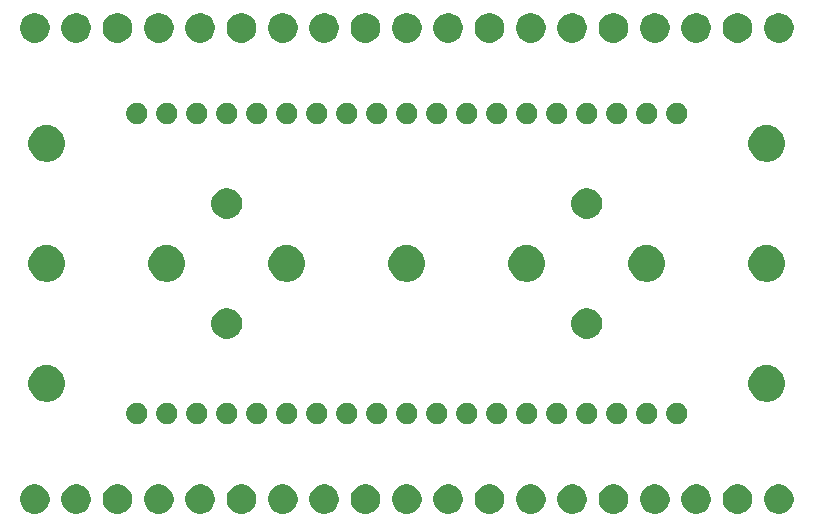
<source format=gbr>
G04 #@! TF.GenerationSoftware,KiCad,Pcbnew,5.1.5-52549c5~86~ubuntu18.04.1*
G04 #@! TF.CreationDate,2020-09-21T15:28:05-05:00*
G04 #@! TF.ProjectId,C07,4330372e-6b69-4636-9164-5f7063625858,rev?*
G04 #@! TF.SameCoordinates,Original*
G04 #@! TF.FileFunction,Soldermask,Top*
G04 #@! TF.FilePolarity,Negative*
%FSLAX46Y46*%
G04 Gerber Fmt 4.6, Leading zero omitted, Abs format (unit mm)*
G04 Created by KiCad (PCBNEW 5.1.5-52549c5~86~ubuntu18.04.1) date 2020-09-21 15:28:05*
%MOMM*%
%LPD*%
G04 APERTURE LIST*
%ADD10C,0.100000*%
G04 APERTURE END LIST*
D10*
G36*
X26654903Y-62876275D02*
G01*
X26882571Y-62970578D01*
X27087466Y-63107485D01*
X27261715Y-63281734D01*
X27398622Y-63486629D01*
X27492925Y-63714297D01*
X27541000Y-63955987D01*
X27541000Y-64202413D01*
X27492925Y-64444103D01*
X27398622Y-64671771D01*
X27261715Y-64876666D01*
X27087466Y-65050915D01*
X26882571Y-65187822D01*
X26882570Y-65187823D01*
X26882569Y-65187823D01*
X26654903Y-65282125D01*
X26413214Y-65330200D01*
X26166786Y-65330200D01*
X25925097Y-65282125D01*
X25697431Y-65187823D01*
X25697430Y-65187823D01*
X25697429Y-65187822D01*
X25492534Y-65050915D01*
X25318285Y-64876666D01*
X25181378Y-64671771D01*
X25087075Y-64444103D01*
X25039000Y-64202413D01*
X25039000Y-63955987D01*
X25087075Y-63714297D01*
X25181378Y-63486629D01*
X25318285Y-63281734D01*
X25492534Y-63107485D01*
X25697429Y-62970578D01*
X25925097Y-62876275D01*
X26166786Y-62828200D01*
X26413214Y-62828200D01*
X26654903Y-62876275D01*
G37*
G36*
X61654903Y-62876275D02*
G01*
X61882571Y-62970578D01*
X62087466Y-63107485D01*
X62261715Y-63281734D01*
X62398622Y-63486629D01*
X62492925Y-63714297D01*
X62541000Y-63955987D01*
X62541000Y-64202413D01*
X62492925Y-64444103D01*
X62398622Y-64671771D01*
X62261715Y-64876666D01*
X62087466Y-65050915D01*
X61882571Y-65187822D01*
X61882570Y-65187823D01*
X61882569Y-65187823D01*
X61654903Y-65282125D01*
X61413214Y-65330200D01*
X61166786Y-65330200D01*
X60925097Y-65282125D01*
X60697431Y-65187823D01*
X60697430Y-65187823D01*
X60697429Y-65187822D01*
X60492534Y-65050915D01*
X60318285Y-64876666D01*
X60181378Y-64671771D01*
X60087075Y-64444103D01*
X60039000Y-64202413D01*
X60039000Y-63955987D01*
X60087075Y-63714297D01*
X60181378Y-63486629D01*
X60318285Y-63281734D01*
X60492534Y-63107485D01*
X60697429Y-62970578D01*
X60925097Y-62876275D01*
X61166786Y-62828200D01*
X61413214Y-62828200D01*
X61654903Y-62876275D01*
G37*
G36*
X23154903Y-62876275D02*
G01*
X23382571Y-62970578D01*
X23587466Y-63107485D01*
X23761715Y-63281734D01*
X23898622Y-63486629D01*
X23992925Y-63714297D01*
X24041000Y-63955987D01*
X24041000Y-64202413D01*
X23992925Y-64444103D01*
X23898622Y-64671771D01*
X23761715Y-64876666D01*
X23587466Y-65050915D01*
X23382571Y-65187822D01*
X23382570Y-65187823D01*
X23382569Y-65187823D01*
X23154903Y-65282125D01*
X22913214Y-65330200D01*
X22666786Y-65330200D01*
X22425097Y-65282125D01*
X22197431Y-65187823D01*
X22197430Y-65187823D01*
X22197429Y-65187822D01*
X21992534Y-65050915D01*
X21818285Y-64876666D01*
X21681378Y-64671771D01*
X21587075Y-64444103D01*
X21539000Y-64202413D01*
X21539000Y-63955987D01*
X21587075Y-63714297D01*
X21681378Y-63486629D01*
X21818285Y-63281734D01*
X21992534Y-63107485D01*
X22197429Y-62970578D01*
X22425097Y-62876275D01*
X22666786Y-62828200D01*
X22913214Y-62828200D01*
X23154903Y-62876275D01*
G37*
G36*
X86154903Y-62876275D02*
G01*
X86382571Y-62970578D01*
X86587466Y-63107485D01*
X86761715Y-63281734D01*
X86898622Y-63486629D01*
X86992925Y-63714297D01*
X87041000Y-63955987D01*
X87041000Y-64202413D01*
X86992925Y-64444103D01*
X86898622Y-64671771D01*
X86761715Y-64876666D01*
X86587466Y-65050915D01*
X86382571Y-65187822D01*
X86382570Y-65187823D01*
X86382569Y-65187823D01*
X86154903Y-65282125D01*
X85913214Y-65330200D01*
X85666786Y-65330200D01*
X85425097Y-65282125D01*
X85197431Y-65187823D01*
X85197430Y-65187823D01*
X85197429Y-65187822D01*
X84992534Y-65050915D01*
X84818285Y-64876666D01*
X84681378Y-64671771D01*
X84587075Y-64444103D01*
X84539000Y-64202413D01*
X84539000Y-63955987D01*
X84587075Y-63714297D01*
X84681378Y-63486629D01*
X84818285Y-63281734D01*
X84992534Y-63107485D01*
X85197429Y-62970578D01*
X85425097Y-62876275D01*
X85666786Y-62828200D01*
X85913214Y-62828200D01*
X86154903Y-62876275D01*
G37*
G36*
X82654903Y-62876275D02*
G01*
X82882571Y-62970578D01*
X83087466Y-63107485D01*
X83261715Y-63281734D01*
X83398622Y-63486629D01*
X83492925Y-63714297D01*
X83541000Y-63955987D01*
X83541000Y-64202413D01*
X83492925Y-64444103D01*
X83398622Y-64671771D01*
X83261715Y-64876666D01*
X83087466Y-65050915D01*
X82882571Y-65187822D01*
X82882570Y-65187823D01*
X82882569Y-65187823D01*
X82654903Y-65282125D01*
X82413214Y-65330200D01*
X82166786Y-65330200D01*
X81925097Y-65282125D01*
X81697431Y-65187823D01*
X81697430Y-65187823D01*
X81697429Y-65187822D01*
X81492534Y-65050915D01*
X81318285Y-64876666D01*
X81181378Y-64671771D01*
X81087075Y-64444103D01*
X81039000Y-64202413D01*
X81039000Y-63955987D01*
X81087075Y-63714297D01*
X81181378Y-63486629D01*
X81318285Y-63281734D01*
X81492534Y-63107485D01*
X81697429Y-62970578D01*
X81925097Y-62876275D01*
X82166786Y-62828200D01*
X82413214Y-62828200D01*
X82654903Y-62876275D01*
G37*
G36*
X79154903Y-62876275D02*
G01*
X79382571Y-62970578D01*
X79587466Y-63107485D01*
X79761715Y-63281734D01*
X79898622Y-63486629D01*
X79992925Y-63714297D01*
X80041000Y-63955987D01*
X80041000Y-64202413D01*
X79992925Y-64444103D01*
X79898622Y-64671771D01*
X79761715Y-64876666D01*
X79587466Y-65050915D01*
X79382571Y-65187822D01*
X79382570Y-65187823D01*
X79382569Y-65187823D01*
X79154903Y-65282125D01*
X78913214Y-65330200D01*
X78666786Y-65330200D01*
X78425097Y-65282125D01*
X78197431Y-65187823D01*
X78197430Y-65187823D01*
X78197429Y-65187822D01*
X77992534Y-65050915D01*
X77818285Y-64876666D01*
X77681378Y-64671771D01*
X77587075Y-64444103D01*
X77539000Y-64202413D01*
X77539000Y-63955987D01*
X77587075Y-63714297D01*
X77681378Y-63486629D01*
X77818285Y-63281734D01*
X77992534Y-63107485D01*
X78197429Y-62970578D01*
X78425097Y-62876275D01*
X78666786Y-62828200D01*
X78913214Y-62828200D01*
X79154903Y-62876275D01*
G37*
G36*
X75654903Y-62876275D02*
G01*
X75882571Y-62970578D01*
X76087466Y-63107485D01*
X76261715Y-63281734D01*
X76398622Y-63486629D01*
X76492925Y-63714297D01*
X76541000Y-63955987D01*
X76541000Y-64202413D01*
X76492925Y-64444103D01*
X76398622Y-64671771D01*
X76261715Y-64876666D01*
X76087466Y-65050915D01*
X75882571Y-65187822D01*
X75882570Y-65187823D01*
X75882569Y-65187823D01*
X75654903Y-65282125D01*
X75413214Y-65330200D01*
X75166786Y-65330200D01*
X74925097Y-65282125D01*
X74697431Y-65187823D01*
X74697430Y-65187823D01*
X74697429Y-65187822D01*
X74492534Y-65050915D01*
X74318285Y-64876666D01*
X74181378Y-64671771D01*
X74087075Y-64444103D01*
X74039000Y-64202413D01*
X74039000Y-63955987D01*
X74087075Y-63714297D01*
X74181378Y-63486629D01*
X74318285Y-63281734D01*
X74492534Y-63107485D01*
X74697429Y-62970578D01*
X74925097Y-62876275D01*
X75166786Y-62828200D01*
X75413214Y-62828200D01*
X75654903Y-62876275D01*
G37*
G36*
X72154903Y-62876275D02*
G01*
X72382571Y-62970578D01*
X72587466Y-63107485D01*
X72761715Y-63281734D01*
X72898622Y-63486629D01*
X72992925Y-63714297D01*
X73041000Y-63955987D01*
X73041000Y-64202413D01*
X72992925Y-64444103D01*
X72898622Y-64671771D01*
X72761715Y-64876666D01*
X72587466Y-65050915D01*
X72382571Y-65187822D01*
X72382570Y-65187823D01*
X72382569Y-65187823D01*
X72154903Y-65282125D01*
X71913214Y-65330200D01*
X71666786Y-65330200D01*
X71425097Y-65282125D01*
X71197431Y-65187823D01*
X71197430Y-65187823D01*
X71197429Y-65187822D01*
X70992534Y-65050915D01*
X70818285Y-64876666D01*
X70681378Y-64671771D01*
X70587075Y-64444103D01*
X70539000Y-64202413D01*
X70539000Y-63955987D01*
X70587075Y-63714297D01*
X70681378Y-63486629D01*
X70818285Y-63281734D01*
X70992534Y-63107485D01*
X71197429Y-62970578D01*
X71425097Y-62876275D01*
X71666786Y-62828200D01*
X71913214Y-62828200D01*
X72154903Y-62876275D01*
G37*
G36*
X68654903Y-62876275D02*
G01*
X68882571Y-62970578D01*
X69087466Y-63107485D01*
X69261715Y-63281734D01*
X69398622Y-63486629D01*
X69492925Y-63714297D01*
X69541000Y-63955987D01*
X69541000Y-64202413D01*
X69492925Y-64444103D01*
X69398622Y-64671771D01*
X69261715Y-64876666D01*
X69087466Y-65050915D01*
X68882571Y-65187822D01*
X68882570Y-65187823D01*
X68882569Y-65187823D01*
X68654903Y-65282125D01*
X68413214Y-65330200D01*
X68166786Y-65330200D01*
X67925097Y-65282125D01*
X67697431Y-65187823D01*
X67697430Y-65187823D01*
X67697429Y-65187822D01*
X67492534Y-65050915D01*
X67318285Y-64876666D01*
X67181378Y-64671771D01*
X67087075Y-64444103D01*
X67039000Y-64202413D01*
X67039000Y-63955987D01*
X67087075Y-63714297D01*
X67181378Y-63486629D01*
X67318285Y-63281734D01*
X67492534Y-63107485D01*
X67697429Y-62970578D01*
X67925097Y-62876275D01*
X68166786Y-62828200D01*
X68413214Y-62828200D01*
X68654903Y-62876275D01*
G37*
G36*
X65154903Y-62876275D02*
G01*
X65382571Y-62970578D01*
X65587466Y-63107485D01*
X65761715Y-63281734D01*
X65898622Y-63486629D01*
X65992925Y-63714297D01*
X66041000Y-63955987D01*
X66041000Y-64202413D01*
X65992925Y-64444103D01*
X65898622Y-64671771D01*
X65761715Y-64876666D01*
X65587466Y-65050915D01*
X65382571Y-65187822D01*
X65382570Y-65187823D01*
X65382569Y-65187823D01*
X65154903Y-65282125D01*
X64913214Y-65330200D01*
X64666786Y-65330200D01*
X64425097Y-65282125D01*
X64197431Y-65187823D01*
X64197430Y-65187823D01*
X64197429Y-65187822D01*
X63992534Y-65050915D01*
X63818285Y-64876666D01*
X63681378Y-64671771D01*
X63587075Y-64444103D01*
X63539000Y-64202413D01*
X63539000Y-63955987D01*
X63587075Y-63714297D01*
X63681378Y-63486629D01*
X63818285Y-63281734D01*
X63992534Y-63107485D01*
X64197429Y-62970578D01*
X64425097Y-62876275D01*
X64666786Y-62828200D01*
X64913214Y-62828200D01*
X65154903Y-62876275D01*
G37*
G36*
X58154903Y-62876275D02*
G01*
X58382571Y-62970578D01*
X58587466Y-63107485D01*
X58761715Y-63281734D01*
X58898622Y-63486629D01*
X58992925Y-63714297D01*
X59041000Y-63955987D01*
X59041000Y-64202413D01*
X58992925Y-64444103D01*
X58898622Y-64671771D01*
X58761715Y-64876666D01*
X58587466Y-65050915D01*
X58382571Y-65187822D01*
X58382570Y-65187823D01*
X58382569Y-65187823D01*
X58154903Y-65282125D01*
X57913214Y-65330200D01*
X57666786Y-65330200D01*
X57425097Y-65282125D01*
X57197431Y-65187823D01*
X57197430Y-65187823D01*
X57197429Y-65187822D01*
X56992534Y-65050915D01*
X56818285Y-64876666D01*
X56681378Y-64671771D01*
X56587075Y-64444103D01*
X56539000Y-64202413D01*
X56539000Y-63955987D01*
X56587075Y-63714297D01*
X56681378Y-63486629D01*
X56818285Y-63281734D01*
X56992534Y-63107485D01*
X57197429Y-62970578D01*
X57425097Y-62876275D01*
X57666786Y-62828200D01*
X57913214Y-62828200D01*
X58154903Y-62876275D01*
G37*
G36*
X54654903Y-62876275D02*
G01*
X54882571Y-62970578D01*
X55087466Y-63107485D01*
X55261715Y-63281734D01*
X55398622Y-63486629D01*
X55492925Y-63714297D01*
X55541000Y-63955987D01*
X55541000Y-64202413D01*
X55492925Y-64444103D01*
X55398622Y-64671771D01*
X55261715Y-64876666D01*
X55087466Y-65050915D01*
X54882571Y-65187822D01*
X54882570Y-65187823D01*
X54882569Y-65187823D01*
X54654903Y-65282125D01*
X54413214Y-65330200D01*
X54166786Y-65330200D01*
X53925097Y-65282125D01*
X53697431Y-65187823D01*
X53697430Y-65187823D01*
X53697429Y-65187822D01*
X53492534Y-65050915D01*
X53318285Y-64876666D01*
X53181378Y-64671771D01*
X53087075Y-64444103D01*
X53039000Y-64202413D01*
X53039000Y-63955987D01*
X53087075Y-63714297D01*
X53181378Y-63486629D01*
X53318285Y-63281734D01*
X53492534Y-63107485D01*
X53697429Y-62970578D01*
X53925097Y-62876275D01*
X54166786Y-62828200D01*
X54413214Y-62828200D01*
X54654903Y-62876275D01*
G37*
G36*
X30154903Y-62876275D02*
G01*
X30382571Y-62970578D01*
X30587466Y-63107485D01*
X30761715Y-63281734D01*
X30898622Y-63486629D01*
X30992925Y-63714297D01*
X31041000Y-63955987D01*
X31041000Y-64202413D01*
X30992925Y-64444103D01*
X30898622Y-64671771D01*
X30761715Y-64876666D01*
X30587466Y-65050915D01*
X30382571Y-65187822D01*
X30382570Y-65187823D01*
X30382569Y-65187823D01*
X30154903Y-65282125D01*
X29913214Y-65330200D01*
X29666786Y-65330200D01*
X29425097Y-65282125D01*
X29197431Y-65187823D01*
X29197430Y-65187823D01*
X29197429Y-65187822D01*
X28992534Y-65050915D01*
X28818285Y-64876666D01*
X28681378Y-64671771D01*
X28587075Y-64444103D01*
X28539000Y-64202413D01*
X28539000Y-63955987D01*
X28587075Y-63714297D01*
X28681378Y-63486629D01*
X28818285Y-63281734D01*
X28992534Y-63107485D01*
X29197429Y-62970578D01*
X29425097Y-62876275D01*
X29666786Y-62828200D01*
X29913214Y-62828200D01*
X30154903Y-62876275D01*
G37*
G36*
X33654903Y-62876275D02*
G01*
X33882571Y-62970578D01*
X34087466Y-63107485D01*
X34261715Y-63281734D01*
X34398622Y-63486629D01*
X34492925Y-63714297D01*
X34541000Y-63955987D01*
X34541000Y-64202413D01*
X34492925Y-64444103D01*
X34398622Y-64671771D01*
X34261715Y-64876666D01*
X34087466Y-65050915D01*
X33882571Y-65187822D01*
X33882570Y-65187823D01*
X33882569Y-65187823D01*
X33654903Y-65282125D01*
X33413214Y-65330200D01*
X33166786Y-65330200D01*
X32925097Y-65282125D01*
X32697431Y-65187823D01*
X32697430Y-65187823D01*
X32697429Y-65187822D01*
X32492534Y-65050915D01*
X32318285Y-64876666D01*
X32181378Y-64671771D01*
X32087075Y-64444103D01*
X32039000Y-64202413D01*
X32039000Y-63955987D01*
X32087075Y-63714297D01*
X32181378Y-63486629D01*
X32318285Y-63281734D01*
X32492534Y-63107485D01*
X32697429Y-62970578D01*
X32925097Y-62876275D01*
X33166786Y-62828200D01*
X33413214Y-62828200D01*
X33654903Y-62876275D01*
G37*
G36*
X37154903Y-62876275D02*
G01*
X37382571Y-62970578D01*
X37587466Y-63107485D01*
X37761715Y-63281734D01*
X37898622Y-63486629D01*
X37992925Y-63714297D01*
X38041000Y-63955987D01*
X38041000Y-64202413D01*
X37992925Y-64444103D01*
X37898622Y-64671771D01*
X37761715Y-64876666D01*
X37587466Y-65050915D01*
X37382571Y-65187822D01*
X37382570Y-65187823D01*
X37382569Y-65187823D01*
X37154903Y-65282125D01*
X36913214Y-65330200D01*
X36666786Y-65330200D01*
X36425097Y-65282125D01*
X36197431Y-65187823D01*
X36197430Y-65187823D01*
X36197429Y-65187822D01*
X35992534Y-65050915D01*
X35818285Y-64876666D01*
X35681378Y-64671771D01*
X35587075Y-64444103D01*
X35539000Y-64202413D01*
X35539000Y-63955987D01*
X35587075Y-63714297D01*
X35681378Y-63486629D01*
X35818285Y-63281734D01*
X35992534Y-63107485D01*
X36197429Y-62970578D01*
X36425097Y-62876275D01*
X36666786Y-62828200D01*
X36913214Y-62828200D01*
X37154903Y-62876275D01*
G37*
G36*
X40654903Y-62876275D02*
G01*
X40882571Y-62970578D01*
X41087466Y-63107485D01*
X41261715Y-63281734D01*
X41398622Y-63486629D01*
X41492925Y-63714297D01*
X41541000Y-63955987D01*
X41541000Y-64202413D01*
X41492925Y-64444103D01*
X41398622Y-64671771D01*
X41261715Y-64876666D01*
X41087466Y-65050915D01*
X40882571Y-65187822D01*
X40882570Y-65187823D01*
X40882569Y-65187823D01*
X40654903Y-65282125D01*
X40413214Y-65330200D01*
X40166786Y-65330200D01*
X39925097Y-65282125D01*
X39697431Y-65187823D01*
X39697430Y-65187823D01*
X39697429Y-65187822D01*
X39492534Y-65050915D01*
X39318285Y-64876666D01*
X39181378Y-64671771D01*
X39087075Y-64444103D01*
X39039000Y-64202413D01*
X39039000Y-63955987D01*
X39087075Y-63714297D01*
X39181378Y-63486629D01*
X39318285Y-63281734D01*
X39492534Y-63107485D01*
X39697429Y-62970578D01*
X39925097Y-62876275D01*
X40166786Y-62828200D01*
X40413214Y-62828200D01*
X40654903Y-62876275D01*
G37*
G36*
X44154903Y-62876275D02*
G01*
X44382571Y-62970578D01*
X44587466Y-63107485D01*
X44761715Y-63281734D01*
X44898622Y-63486629D01*
X44992925Y-63714297D01*
X45041000Y-63955987D01*
X45041000Y-64202413D01*
X44992925Y-64444103D01*
X44898622Y-64671771D01*
X44761715Y-64876666D01*
X44587466Y-65050915D01*
X44382571Y-65187822D01*
X44382570Y-65187823D01*
X44382569Y-65187823D01*
X44154903Y-65282125D01*
X43913214Y-65330200D01*
X43666786Y-65330200D01*
X43425097Y-65282125D01*
X43197431Y-65187823D01*
X43197430Y-65187823D01*
X43197429Y-65187822D01*
X42992534Y-65050915D01*
X42818285Y-64876666D01*
X42681378Y-64671771D01*
X42587075Y-64444103D01*
X42539000Y-64202413D01*
X42539000Y-63955987D01*
X42587075Y-63714297D01*
X42681378Y-63486629D01*
X42818285Y-63281734D01*
X42992534Y-63107485D01*
X43197429Y-62970578D01*
X43425097Y-62876275D01*
X43666786Y-62828200D01*
X43913214Y-62828200D01*
X44154903Y-62876275D01*
G37*
G36*
X47654903Y-62876275D02*
G01*
X47882571Y-62970578D01*
X48087466Y-63107485D01*
X48261715Y-63281734D01*
X48398622Y-63486629D01*
X48492925Y-63714297D01*
X48541000Y-63955987D01*
X48541000Y-64202413D01*
X48492925Y-64444103D01*
X48398622Y-64671771D01*
X48261715Y-64876666D01*
X48087466Y-65050915D01*
X47882571Y-65187822D01*
X47882570Y-65187823D01*
X47882569Y-65187823D01*
X47654903Y-65282125D01*
X47413214Y-65330200D01*
X47166786Y-65330200D01*
X46925097Y-65282125D01*
X46697431Y-65187823D01*
X46697430Y-65187823D01*
X46697429Y-65187822D01*
X46492534Y-65050915D01*
X46318285Y-64876666D01*
X46181378Y-64671771D01*
X46087075Y-64444103D01*
X46039000Y-64202413D01*
X46039000Y-63955987D01*
X46087075Y-63714297D01*
X46181378Y-63486629D01*
X46318285Y-63281734D01*
X46492534Y-63107485D01*
X46697429Y-62970578D01*
X46925097Y-62876275D01*
X47166786Y-62828200D01*
X47413214Y-62828200D01*
X47654903Y-62876275D01*
G37*
G36*
X51154903Y-62876275D02*
G01*
X51382571Y-62970578D01*
X51587466Y-63107485D01*
X51761715Y-63281734D01*
X51898622Y-63486629D01*
X51992925Y-63714297D01*
X52041000Y-63955987D01*
X52041000Y-64202413D01*
X51992925Y-64444103D01*
X51898622Y-64671771D01*
X51761715Y-64876666D01*
X51587466Y-65050915D01*
X51382571Y-65187822D01*
X51382570Y-65187823D01*
X51382569Y-65187823D01*
X51154903Y-65282125D01*
X50913214Y-65330200D01*
X50666786Y-65330200D01*
X50425097Y-65282125D01*
X50197431Y-65187823D01*
X50197430Y-65187823D01*
X50197429Y-65187822D01*
X49992534Y-65050915D01*
X49818285Y-64876666D01*
X49681378Y-64671771D01*
X49587075Y-64444103D01*
X49539000Y-64202413D01*
X49539000Y-63955987D01*
X49587075Y-63714297D01*
X49681378Y-63486629D01*
X49818285Y-63281734D01*
X49992534Y-63107485D01*
X50197429Y-62970578D01*
X50425097Y-62876275D01*
X50666786Y-62828200D01*
X50913214Y-62828200D01*
X51154903Y-62876275D01*
G37*
G36*
X31543512Y-55933927D02*
G01*
X31692812Y-55963624D01*
X31856784Y-56031544D01*
X32004354Y-56130147D01*
X32129853Y-56255646D01*
X32228456Y-56403216D01*
X32296376Y-56567188D01*
X32331000Y-56741259D01*
X32331000Y-56918741D01*
X32296376Y-57092812D01*
X32228456Y-57256784D01*
X32129853Y-57404354D01*
X32004354Y-57529853D01*
X31856784Y-57628456D01*
X31692812Y-57696376D01*
X31543512Y-57726073D01*
X31518742Y-57731000D01*
X31341258Y-57731000D01*
X31316488Y-57726073D01*
X31167188Y-57696376D01*
X31003216Y-57628456D01*
X30855646Y-57529853D01*
X30730147Y-57404354D01*
X30631544Y-57256784D01*
X30563624Y-57092812D01*
X30529000Y-56918741D01*
X30529000Y-56741259D01*
X30563624Y-56567188D01*
X30631544Y-56403216D01*
X30730147Y-56255646D01*
X30855646Y-56130147D01*
X31003216Y-56031544D01*
X31167188Y-55963624D01*
X31316488Y-55933927D01*
X31341258Y-55929000D01*
X31518742Y-55929000D01*
X31543512Y-55933927D01*
G37*
G36*
X77263512Y-55933927D02*
G01*
X77412812Y-55963624D01*
X77576784Y-56031544D01*
X77724354Y-56130147D01*
X77849853Y-56255646D01*
X77948456Y-56403216D01*
X78016376Y-56567188D01*
X78051000Y-56741259D01*
X78051000Y-56918741D01*
X78016376Y-57092812D01*
X77948456Y-57256784D01*
X77849853Y-57404354D01*
X77724354Y-57529853D01*
X77576784Y-57628456D01*
X77412812Y-57696376D01*
X77263512Y-57726073D01*
X77238742Y-57731000D01*
X77061258Y-57731000D01*
X77036488Y-57726073D01*
X76887188Y-57696376D01*
X76723216Y-57628456D01*
X76575646Y-57529853D01*
X76450147Y-57404354D01*
X76351544Y-57256784D01*
X76283624Y-57092812D01*
X76249000Y-56918741D01*
X76249000Y-56741259D01*
X76283624Y-56567188D01*
X76351544Y-56403216D01*
X76450147Y-56255646D01*
X76575646Y-56130147D01*
X76723216Y-56031544D01*
X76887188Y-55963624D01*
X77036488Y-55933927D01*
X77061258Y-55929000D01*
X77238742Y-55929000D01*
X77263512Y-55933927D01*
G37*
G36*
X74723512Y-55933927D02*
G01*
X74872812Y-55963624D01*
X75036784Y-56031544D01*
X75184354Y-56130147D01*
X75309853Y-56255646D01*
X75408456Y-56403216D01*
X75476376Y-56567188D01*
X75511000Y-56741259D01*
X75511000Y-56918741D01*
X75476376Y-57092812D01*
X75408456Y-57256784D01*
X75309853Y-57404354D01*
X75184354Y-57529853D01*
X75036784Y-57628456D01*
X74872812Y-57696376D01*
X74723512Y-57726073D01*
X74698742Y-57731000D01*
X74521258Y-57731000D01*
X74496488Y-57726073D01*
X74347188Y-57696376D01*
X74183216Y-57628456D01*
X74035646Y-57529853D01*
X73910147Y-57404354D01*
X73811544Y-57256784D01*
X73743624Y-57092812D01*
X73709000Y-56918741D01*
X73709000Y-56741259D01*
X73743624Y-56567188D01*
X73811544Y-56403216D01*
X73910147Y-56255646D01*
X74035646Y-56130147D01*
X74183216Y-56031544D01*
X74347188Y-55963624D01*
X74496488Y-55933927D01*
X74521258Y-55929000D01*
X74698742Y-55929000D01*
X74723512Y-55933927D01*
G37*
G36*
X72183512Y-55933927D02*
G01*
X72332812Y-55963624D01*
X72496784Y-56031544D01*
X72644354Y-56130147D01*
X72769853Y-56255646D01*
X72868456Y-56403216D01*
X72936376Y-56567188D01*
X72971000Y-56741259D01*
X72971000Y-56918741D01*
X72936376Y-57092812D01*
X72868456Y-57256784D01*
X72769853Y-57404354D01*
X72644354Y-57529853D01*
X72496784Y-57628456D01*
X72332812Y-57696376D01*
X72183512Y-57726073D01*
X72158742Y-57731000D01*
X71981258Y-57731000D01*
X71956488Y-57726073D01*
X71807188Y-57696376D01*
X71643216Y-57628456D01*
X71495646Y-57529853D01*
X71370147Y-57404354D01*
X71271544Y-57256784D01*
X71203624Y-57092812D01*
X71169000Y-56918741D01*
X71169000Y-56741259D01*
X71203624Y-56567188D01*
X71271544Y-56403216D01*
X71370147Y-56255646D01*
X71495646Y-56130147D01*
X71643216Y-56031544D01*
X71807188Y-55963624D01*
X71956488Y-55933927D01*
X71981258Y-55929000D01*
X72158742Y-55929000D01*
X72183512Y-55933927D01*
G37*
G36*
X69643512Y-55933927D02*
G01*
X69792812Y-55963624D01*
X69956784Y-56031544D01*
X70104354Y-56130147D01*
X70229853Y-56255646D01*
X70328456Y-56403216D01*
X70396376Y-56567188D01*
X70431000Y-56741259D01*
X70431000Y-56918741D01*
X70396376Y-57092812D01*
X70328456Y-57256784D01*
X70229853Y-57404354D01*
X70104354Y-57529853D01*
X69956784Y-57628456D01*
X69792812Y-57696376D01*
X69643512Y-57726073D01*
X69618742Y-57731000D01*
X69441258Y-57731000D01*
X69416488Y-57726073D01*
X69267188Y-57696376D01*
X69103216Y-57628456D01*
X68955646Y-57529853D01*
X68830147Y-57404354D01*
X68731544Y-57256784D01*
X68663624Y-57092812D01*
X68629000Y-56918741D01*
X68629000Y-56741259D01*
X68663624Y-56567188D01*
X68731544Y-56403216D01*
X68830147Y-56255646D01*
X68955646Y-56130147D01*
X69103216Y-56031544D01*
X69267188Y-55963624D01*
X69416488Y-55933927D01*
X69441258Y-55929000D01*
X69618742Y-55929000D01*
X69643512Y-55933927D01*
G37*
G36*
X67103512Y-55933927D02*
G01*
X67252812Y-55963624D01*
X67416784Y-56031544D01*
X67564354Y-56130147D01*
X67689853Y-56255646D01*
X67788456Y-56403216D01*
X67856376Y-56567188D01*
X67891000Y-56741259D01*
X67891000Y-56918741D01*
X67856376Y-57092812D01*
X67788456Y-57256784D01*
X67689853Y-57404354D01*
X67564354Y-57529853D01*
X67416784Y-57628456D01*
X67252812Y-57696376D01*
X67103512Y-57726073D01*
X67078742Y-57731000D01*
X66901258Y-57731000D01*
X66876488Y-57726073D01*
X66727188Y-57696376D01*
X66563216Y-57628456D01*
X66415646Y-57529853D01*
X66290147Y-57404354D01*
X66191544Y-57256784D01*
X66123624Y-57092812D01*
X66089000Y-56918741D01*
X66089000Y-56741259D01*
X66123624Y-56567188D01*
X66191544Y-56403216D01*
X66290147Y-56255646D01*
X66415646Y-56130147D01*
X66563216Y-56031544D01*
X66727188Y-55963624D01*
X66876488Y-55933927D01*
X66901258Y-55929000D01*
X67078742Y-55929000D01*
X67103512Y-55933927D01*
G37*
G36*
X62023512Y-55933927D02*
G01*
X62172812Y-55963624D01*
X62336784Y-56031544D01*
X62484354Y-56130147D01*
X62609853Y-56255646D01*
X62708456Y-56403216D01*
X62776376Y-56567188D01*
X62811000Y-56741259D01*
X62811000Y-56918741D01*
X62776376Y-57092812D01*
X62708456Y-57256784D01*
X62609853Y-57404354D01*
X62484354Y-57529853D01*
X62336784Y-57628456D01*
X62172812Y-57696376D01*
X62023512Y-57726073D01*
X61998742Y-57731000D01*
X61821258Y-57731000D01*
X61796488Y-57726073D01*
X61647188Y-57696376D01*
X61483216Y-57628456D01*
X61335646Y-57529853D01*
X61210147Y-57404354D01*
X61111544Y-57256784D01*
X61043624Y-57092812D01*
X61009000Y-56918741D01*
X61009000Y-56741259D01*
X61043624Y-56567188D01*
X61111544Y-56403216D01*
X61210147Y-56255646D01*
X61335646Y-56130147D01*
X61483216Y-56031544D01*
X61647188Y-55963624D01*
X61796488Y-55933927D01*
X61821258Y-55929000D01*
X61998742Y-55929000D01*
X62023512Y-55933927D01*
G37*
G36*
X59483512Y-55933927D02*
G01*
X59632812Y-55963624D01*
X59796784Y-56031544D01*
X59944354Y-56130147D01*
X60069853Y-56255646D01*
X60168456Y-56403216D01*
X60236376Y-56567188D01*
X60271000Y-56741259D01*
X60271000Y-56918741D01*
X60236376Y-57092812D01*
X60168456Y-57256784D01*
X60069853Y-57404354D01*
X59944354Y-57529853D01*
X59796784Y-57628456D01*
X59632812Y-57696376D01*
X59483512Y-57726073D01*
X59458742Y-57731000D01*
X59281258Y-57731000D01*
X59256488Y-57726073D01*
X59107188Y-57696376D01*
X58943216Y-57628456D01*
X58795646Y-57529853D01*
X58670147Y-57404354D01*
X58571544Y-57256784D01*
X58503624Y-57092812D01*
X58469000Y-56918741D01*
X58469000Y-56741259D01*
X58503624Y-56567188D01*
X58571544Y-56403216D01*
X58670147Y-56255646D01*
X58795646Y-56130147D01*
X58943216Y-56031544D01*
X59107188Y-55963624D01*
X59256488Y-55933927D01*
X59281258Y-55929000D01*
X59458742Y-55929000D01*
X59483512Y-55933927D01*
G37*
G36*
X56943512Y-55933927D02*
G01*
X57092812Y-55963624D01*
X57256784Y-56031544D01*
X57404354Y-56130147D01*
X57529853Y-56255646D01*
X57628456Y-56403216D01*
X57696376Y-56567188D01*
X57731000Y-56741259D01*
X57731000Y-56918741D01*
X57696376Y-57092812D01*
X57628456Y-57256784D01*
X57529853Y-57404354D01*
X57404354Y-57529853D01*
X57256784Y-57628456D01*
X57092812Y-57696376D01*
X56943512Y-57726073D01*
X56918742Y-57731000D01*
X56741258Y-57731000D01*
X56716488Y-57726073D01*
X56567188Y-57696376D01*
X56403216Y-57628456D01*
X56255646Y-57529853D01*
X56130147Y-57404354D01*
X56031544Y-57256784D01*
X55963624Y-57092812D01*
X55929000Y-56918741D01*
X55929000Y-56741259D01*
X55963624Y-56567188D01*
X56031544Y-56403216D01*
X56130147Y-56255646D01*
X56255646Y-56130147D01*
X56403216Y-56031544D01*
X56567188Y-55963624D01*
X56716488Y-55933927D01*
X56741258Y-55929000D01*
X56918742Y-55929000D01*
X56943512Y-55933927D01*
G37*
G36*
X54403512Y-55933927D02*
G01*
X54552812Y-55963624D01*
X54716784Y-56031544D01*
X54864354Y-56130147D01*
X54989853Y-56255646D01*
X55088456Y-56403216D01*
X55156376Y-56567188D01*
X55191000Y-56741259D01*
X55191000Y-56918741D01*
X55156376Y-57092812D01*
X55088456Y-57256784D01*
X54989853Y-57404354D01*
X54864354Y-57529853D01*
X54716784Y-57628456D01*
X54552812Y-57696376D01*
X54403512Y-57726073D01*
X54378742Y-57731000D01*
X54201258Y-57731000D01*
X54176488Y-57726073D01*
X54027188Y-57696376D01*
X53863216Y-57628456D01*
X53715646Y-57529853D01*
X53590147Y-57404354D01*
X53491544Y-57256784D01*
X53423624Y-57092812D01*
X53389000Y-56918741D01*
X53389000Y-56741259D01*
X53423624Y-56567188D01*
X53491544Y-56403216D01*
X53590147Y-56255646D01*
X53715646Y-56130147D01*
X53863216Y-56031544D01*
X54027188Y-55963624D01*
X54176488Y-55933927D01*
X54201258Y-55929000D01*
X54378742Y-55929000D01*
X54403512Y-55933927D01*
G37*
G36*
X36623512Y-55933927D02*
G01*
X36772812Y-55963624D01*
X36936784Y-56031544D01*
X37084354Y-56130147D01*
X37209853Y-56255646D01*
X37308456Y-56403216D01*
X37376376Y-56567188D01*
X37411000Y-56741259D01*
X37411000Y-56918741D01*
X37376376Y-57092812D01*
X37308456Y-57256784D01*
X37209853Y-57404354D01*
X37084354Y-57529853D01*
X36936784Y-57628456D01*
X36772812Y-57696376D01*
X36623512Y-57726073D01*
X36598742Y-57731000D01*
X36421258Y-57731000D01*
X36396488Y-57726073D01*
X36247188Y-57696376D01*
X36083216Y-57628456D01*
X35935646Y-57529853D01*
X35810147Y-57404354D01*
X35711544Y-57256784D01*
X35643624Y-57092812D01*
X35609000Y-56918741D01*
X35609000Y-56741259D01*
X35643624Y-56567188D01*
X35711544Y-56403216D01*
X35810147Y-56255646D01*
X35935646Y-56130147D01*
X36083216Y-56031544D01*
X36247188Y-55963624D01*
X36396488Y-55933927D01*
X36421258Y-55929000D01*
X36598742Y-55929000D01*
X36623512Y-55933927D01*
G37*
G36*
X51863512Y-55933927D02*
G01*
X52012812Y-55963624D01*
X52176784Y-56031544D01*
X52324354Y-56130147D01*
X52449853Y-56255646D01*
X52548456Y-56403216D01*
X52616376Y-56567188D01*
X52651000Y-56741259D01*
X52651000Y-56918741D01*
X52616376Y-57092812D01*
X52548456Y-57256784D01*
X52449853Y-57404354D01*
X52324354Y-57529853D01*
X52176784Y-57628456D01*
X52012812Y-57696376D01*
X51863512Y-57726073D01*
X51838742Y-57731000D01*
X51661258Y-57731000D01*
X51636488Y-57726073D01*
X51487188Y-57696376D01*
X51323216Y-57628456D01*
X51175646Y-57529853D01*
X51050147Y-57404354D01*
X50951544Y-57256784D01*
X50883624Y-57092812D01*
X50849000Y-56918741D01*
X50849000Y-56741259D01*
X50883624Y-56567188D01*
X50951544Y-56403216D01*
X51050147Y-56255646D01*
X51175646Y-56130147D01*
X51323216Y-56031544D01*
X51487188Y-55963624D01*
X51636488Y-55933927D01*
X51661258Y-55929000D01*
X51838742Y-55929000D01*
X51863512Y-55933927D01*
G37*
G36*
X64563512Y-55933927D02*
G01*
X64712812Y-55963624D01*
X64876784Y-56031544D01*
X65024354Y-56130147D01*
X65149853Y-56255646D01*
X65248456Y-56403216D01*
X65316376Y-56567188D01*
X65351000Y-56741259D01*
X65351000Y-56918741D01*
X65316376Y-57092812D01*
X65248456Y-57256784D01*
X65149853Y-57404354D01*
X65024354Y-57529853D01*
X64876784Y-57628456D01*
X64712812Y-57696376D01*
X64563512Y-57726073D01*
X64538742Y-57731000D01*
X64361258Y-57731000D01*
X64336488Y-57726073D01*
X64187188Y-57696376D01*
X64023216Y-57628456D01*
X63875646Y-57529853D01*
X63750147Y-57404354D01*
X63651544Y-57256784D01*
X63583624Y-57092812D01*
X63549000Y-56918741D01*
X63549000Y-56741259D01*
X63583624Y-56567188D01*
X63651544Y-56403216D01*
X63750147Y-56255646D01*
X63875646Y-56130147D01*
X64023216Y-56031544D01*
X64187188Y-55963624D01*
X64336488Y-55933927D01*
X64361258Y-55929000D01*
X64538742Y-55929000D01*
X64563512Y-55933927D01*
G37*
G36*
X49323512Y-55933927D02*
G01*
X49472812Y-55963624D01*
X49636784Y-56031544D01*
X49784354Y-56130147D01*
X49909853Y-56255646D01*
X50008456Y-56403216D01*
X50076376Y-56567188D01*
X50111000Y-56741259D01*
X50111000Y-56918741D01*
X50076376Y-57092812D01*
X50008456Y-57256784D01*
X49909853Y-57404354D01*
X49784354Y-57529853D01*
X49636784Y-57628456D01*
X49472812Y-57696376D01*
X49323512Y-57726073D01*
X49298742Y-57731000D01*
X49121258Y-57731000D01*
X49096488Y-57726073D01*
X48947188Y-57696376D01*
X48783216Y-57628456D01*
X48635646Y-57529853D01*
X48510147Y-57404354D01*
X48411544Y-57256784D01*
X48343624Y-57092812D01*
X48309000Y-56918741D01*
X48309000Y-56741259D01*
X48343624Y-56567188D01*
X48411544Y-56403216D01*
X48510147Y-56255646D01*
X48635646Y-56130147D01*
X48783216Y-56031544D01*
X48947188Y-55963624D01*
X49096488Y-55933927D01*
X49121258Y-55929000D01*
X49298742Y-55929000D01*
X49323512Y-55933927D01*
G37*
G36*
X46783512Y-55933927D02*
G01*
X46932812Y-55963624D01*
X47096784Y-56031544D01*
X47244354Y-56130147D01*
X47369853Y-56255646D01*
X47468456Y-56403216D01*
X47536376Y-56567188D01*
X47571000Y-56741259D01*
X47571000Y-56918741D01*
X47536376Y-57092812D01*
X47468456Y-57256784D01*
X47369853Y-57404354D01*
X47244354Y-57529853D01*
X47096784Y-57628456D01*
X46932812Y-57696376D01*
X46783512Y-57726073D01*
X46758742Y-57731000D01*
X46581258Y-57731000D01*
X46556488Y-57726073D01*
X46407188Y-57696376D01*
X46243216Y-57628456D01*
X46095646Y-57529853D01*
X45970147Y-57404354D01*
X45871544Y-57256784D01*
X45803624Y-57092812D01*
X45769000Y-56918741D01*
X45769000Y-56741259D01*
X45803624Y-56567188D01*
X45871544Y-56403216D01*
X45970147Y-56255646D01*
X46095646Y-56130147D01*
X46243216Y-56031544D01*
X46407188Y-55963624D01*
X46556488Y-55933927D01*
X46581258Y-55929000D01*
X46758742Y-55929000D01*
X46783512Y-55933927D01*
G37*
G36*
X44243512Y-55933927D02*
G01*
X44392812Y-55963624D01*
X44556784Y-56031544D01*
X44704354Y-56130147D01*
X44829853Y-56255646D01*
X44928456Y-56403216D01*
X44996376Y-56567188D01*
X45031000Y-56741259D01*
X45031000Y-56918741D01*
X44996376Y-57092812D01*
X44928456Y-57256784D01*
X44829853Y-57404354D01*
X44704354Y-57529853D01*
X44556784Y-57628456D01*
X44392812Y-57696376D01*
X44243512Y-57726073D01*
X44218742Y-57731000D01*
X44041258Y-57731000D01*
X44016488Y-57726073D01*
X43867188Y-57696376D01*
X43703216Y-57628456D01*
X43555646Y-57529853D01*
X43430147Y-57404354D01*
X43331544Y-57256784D01*
X43263624Y-57092812D01*
X43229000Y-56918741D01*
X43229000Y-56741259D01*
X43263624Y-56567188D01*
X43331544Y-56403216D01*
X43430147Y-56255646D01*
X43555646Y-56130147D01*
X43703216Y-56031544D01*
X43867188Y-55963624D01*
X44016488Y-55933927D01*
X44041258Y-55929000D01*
X44218742Y-55929000D01*
X44243512Y-55933927D01*
G37*
G36*
X41703512Y-55933927D02*
G01*
X41852812Y-55963624D01*
X42016784Y-56031544D01*
X42164354Y-56130147D01*
X42289853Y-56255646D01*
X42388456Y-56403216D01*
X42456376Y-56567188D01*
X42491000Y-56741259D01*
X42491000Y-56918741D01*
X42456376Y-57092812D01*
X42388456Y-57256784D01*
X42289853Y-57404354D01*
X42164354Y-57529853D01*
X42016784Y-57628456D01*
X41852812Y-57696376D01*
X41703512Y-57726073D01*
X41678742Y-57731000D01*
X41501258Y-57731000D01*
X41476488Y-57726073D01*
X41327188Y-57696376D01*
X41163216Y-57628456D01*
X41015646Y-57529853D01*
X40890147Y-57404354D01*
X40791544Y-57256784D01*
X40723624Y-57092812D01*
X40689000Y-56918741D01*
X40689000Y-56741259D01*
X40723624Y-56567188D01*
X40791544Y-56403216D01*
X40890147Y-56255646D01*
X41015646Y-56130147D01*
X41163216Y-56031544D01*
X41327188Y-55963624D01*
X41476488Y-55933927D01*
X41501258Y-55929000D01*
X41678742Y-55929000D01*
X41703512Y-55933927D01*
G37*
G36*
X39163512Y-55933927D02*
G01*
X39312812Y-55963624D01*
X39476784Y-56031544D01*
X39624354Y-56130147D01*
X39749853Y-56255646D01*
X39848456Y-56403216D01*
X39916376Y-56567188D01*
X39951000Y-56741259D01*
X39951000Y-56918741D01*
X39916376Y-57092812D01*
X39848456Y-57256784D01*
X39749853Y-57404354D01*
X39624354Y-57529853D01*
X39476784Y-57628456D01*
X39312812Y-57696376D01*
X39163512Y-57726073D01*
X39138742Y-57731000D01*
X38961258Y-57731000D01*
X38936488Y-57726073D01*
X38787188Y-57696376D01*
X38623216Y-57628456D01*
X38475646Y-57529853D01*
X38350147Y-57404354D01*
X38251544Y-57256784D01*
X38183624Y-57092812D01*
X38149000Y-56918741D01*
X38149000Y-56741259D01*
X38183624Y-56567188D01*
X38251544Y-56403216D01*
X38350147Y-56255646D01*
X38475646Y-56130147D01*
X38623216Y-56031544D01*
X38787188Y-55963624D01*
X38936488Y-55933927D01*
X38961258Y-55929000D01*
X39138742Y-55929000D01*
X39163512Y-55933927D01*
G37*
G36*
X34083512Y-55933927D02*
G01*
X34232812Y-55963624D01*
X34396784Y-56031544D01*
X34544354Y-56130147D01*
X34669853Y-56255646D01*
X34768456Y-56403216D01*
X34836376Y-56567188D01*
X34871000Y-56741259D01*
X34871000Y-56918741D01*
X34836376Y-57092812D01*
X34768456Y-57256784D01*
X34669853Y-57404354D01*
X34544354Y-57529853D01*
X34396784Y-57628456D01*
X34232812Y-57696376D01*
X34083512Y-57726073D01*
X34058742Y-57731000D01*
X33881258Y-57731000D01*
X33856488Y-57726073D01*
X33707188Y-57696376D01*
X33543216Y-57628456D01*
X33395646Y-57529853D01*
X33270147Y-57404354D01*
X33171544Y-57256784D01*
X33103624Y-57092812D01*
X33069000Y-56918741D01*
X33069000Y-56741259D01*
X33103624Y-56567188D01*
X33171544Y-56403216D01*
X33270147Y-56255646D01*
X33395646Y-56130147D01*
X33543216Y-56031544D01*
X33707188Y-55963624D01*
X33856488Y-55933927D01*
X33881258Y-55929000D01*
X34058742Y-55929000D01*
X34083512Y-55933927D01*
G37*
G36*
X85072585Y-52768802D02*
G01*
X85222410Y-52798604D01*
X85504674Y-52915521D01*
X85758705Y-53085259D01*
X85974741Y-53301295D01*
X86144479Y-53555326D01*
X86261396Y-53837590D01*
X86321000Y-54137240D01*
X86321000Y-54442760D01*
X86261396Y-54742410D01*
X86144479Y-55024674D01*
X85974741Y-55278705D01*
X85758705Y-55494741D01*
X85504674Y-55664479D01*
X85222410Y-55781396D01*
X85072585Y-55811198D01*
X84922761Y-55841000D01*
X84617239Y-55841000D01*
X84467415Y-55811198D01*
X84317590Y-55781396D01*
X84035326Y-55664479D01*
X83781295Y-55494741D01*
X83565259Y-55278705D01*
X83395521Y-55024674D01*
X83278604Y-54742410D01*
X83219000Y-54442760D01*
X83219000Y-54137240D01*
X83278604Y-53837590D01*
X83395521Y-53555326D01*
X83565259Y-53301295D01*
X83781295Y-53085259D01*
X84035326Y-52915521D01*
X84317590Y-52798604D01*
X84467415Y-52768802D01*
X84617239Y-52739000D01*
X84922761Y-52739000D01*
X85072585Y-52768802D01*
G37*
G36*
X24112585Y-52768802D02*
G01*
X24262410Y-52798604D01*
X24544674Y-52915521D01*
X24798705Y-53085259D01*
X25014741Y-53301295D01*
X25184479Y-53555326D01*
X25301396Y-53837590D01*
X25361000Y-54137240D01*
X25361000Y-54442760D01*
X25301396Y-54742410D01*
X25184479Y-55024674D01*
X25014741Y-55278705D01*
X24798705Y-55494741D01*
X24544674Y-55664479D01*
X24262410Y-55781396D01*
X24112585Y-55811198D01*
X23962761Y-55841000D01*
X23657239Y-55841000D01*
X23507415Y-55811198D01*
X23357590Y-55781396D01*
X23075326Y-55664479D01*
X22821295Y-55494741D01*
X22605259Y-55278705D01*
X22435521Y-55024674D01*
X22318604Y-54742410D01*
X22259000Y-54442760D01*
X22259000Y-54137240D01*
X22318604Y-53837590D01*
X22435521Y-53555326D01*
X22605259Y-53301295D01*
X22821295Y-53085259D01*
X23075326Y-52915521D01*
X23357590Y-52798604D01*
X23507415Y-52768802D01*
X23657239Y-52739000D01*
X23962761Y-52739000D01*
X24112585Y-52768802D01*
G37*
G36*
X69909393Y-47959304D02*
G01*
X70146101Y-48057352D01*
X70146103Y-48057353D01*
X70359135Y-48199696D01*
X70540304Y-48380865D01*
X70682647Y-48593897D01*
X70682648Y-48593899D01*
X70780696Y-48830607D01*
X70830680Y-49081893D01*
X70830680Y-49338107D01*
X70780696Y-49589393D01*
X70682648Y-49826101D01*
X70682647Y-49826103D01*
X70540304Y-50039135D01*
X70359135Y-50220304D01*
X70146103Y-50362647D01*
X70146102Y-50362648D01*
X70146101Y-50362648D01*
X69909393Y-50460696D01*
X69658107Y-50510680D01*
X69401893Y-50510680D01*
X69150607Y-50460696D01*
X68913899Y-50362648D01*
X68913898Y-50362648D01*
X68913897Y-50362647D01*
X68700865Y-50220304D01*
X68519696Y-50039135D01*
X68377353Y-49826103D01*
X68377352Y-49826101D01*
X68279304Y-49589393D01*
X68229320Y-49338107D01*
X68229320Y-49081893D01*
X68279304Y-48830607D01*
X68377352Y-48593899D01*
X68377353Y-48593897D01*
X68519696Y-48380865D01*
X68700865Y-48199696D01*
X68913897Y-48057353D01*
X68913899Y-48057352D01*
X69150607Y-47959304D01*
X69401893Y-47909320D01*
X69658107Y-47909320D01*
X69909393Y-47959304D01*
G37*
G36*
X39429393Y-47959304D02*
G01*
X39666101Y-48057352D01*
X39666103Y-48057353D01*
X39879135Y-48199696D01*
X40060304Y-48380865D01*
X40202647Y-48593897D01*
X40202648Y-48593899D01*
X40300696Y-48830607D01*
X40350680Y-49081893D01*
X40350680Y-49338107D01*
X40300696Y-49589393D01*
X40202648Y-49826101D01*
X40202647Y-49826103D01*
X40060304Y-50039135D01*
X39879135Y-50220304D01*
X39666103Y-50362647D01*
X39666102Y-50362648D01*
X39666101Y-50362648D01*
X39429393Y-50460696D01*
X39178107Y-50510680D01*
X38921893Y-50510680D01*
X38670607Y-50460696D01*
X38433899Y-50362648D01*
X38433898Y-50362648D01*
X38433897Y-50362647D01*
X38220865Y-50220304D01*
X38039696Y-50039135D01*
X37897353Y-49826103D01*
X37897352Y-49826101D01*
X37799304Y-49589393D01*
X37749320Y-49338107D01*
X37749320Y-49081893D01*
X37799304Y-48830607D01*
X37897352Y-48593899D01*
X37897353Y-48593897D01*
X38039696Y-48380865D01*
X38220865Y-48199696D01*
X38433897Y-48057353D01*
X38433899Y-48057352D01*
X38670607Y-47959304D01*
X38921893Y-47909320D01*
X39178107Y-47909320D01*
X39429393Y-47959304D01*
G37*
G36*
X85072585Y-42608802D02*
G01*
X85222410Y-42638604D01*
X85504674Y-42755521D01*
X85758705Y-42925259D01*
X85974741Y-43141295D01*
X86144479Y-43395326D01*
X86261396Y-43677590D01*
X86321000Y-43977240D01*
X86321000Y-44282760D01*
X86261396Y-44582410D01*
X86144479Y-44864674D01*
X85974741Y-45118705D01*
X85758705Y-45334741D01*
X85504674Y-45504479D01*
X85222410Y-45621396D01*
X85072585Y-45651198D01*
X84922761Y-45681000D01*
X84617239Y-45681000D01*
X84467415Y-45651198D01*
X84317590Y-45621396D01*
X84035326Y-45504479D01*
X83781295Y-45334741D01*
X83565259Y-45118705D01*
X83395521Y-44864674D01*
X83278604Y-44582410D01*
X83219000Y-44282760D01*
X83219000Y-43977240D01*
X83278604Y-43677590D01*
X83395521Y-43395326D01*
X83565259Y-43141295D01*
X83781295Y-42925259D01*
X84035326Y-42755521D01*
X84317590Y-42638604D01*
X84467415Y-42608802D01*
X84617239Y-42579000D01*
X84922761Y-42579000D01*
X85072585Y-42608802D01*
G37*
G36*
X74912585Y-42608802D02*
G01*
X75062410Y-42638604D01*
X75344674Y-42755521D01*
X75598705Y-42925259D01*
X75814741Y-43141295D01*
X75984479Y-43395326D01*
X76101396Y-43677590D01*
X76161000Y-43977240D01*
X76161000Y-44282760D01*
X76101396Y-44582410D01*
X75984479Y-44864674D01*
X75814741Y-45118705D01*
X75598705Y-45334741D01*
X75344674Y-45504479D01*
X75062410Y-45621396D01*
X74912585Y-45651198D01*
X74762761Y-45681000D01*
X74457239Y-45681000D01*
X74307415Y-45651198D01*
X74157590Y-45621396D01*
X73875326Y-45504479D01*
X73621295Y-45334741D01*
X73405259Y-45118705D01*
X73235521Y-44864674D01*
X73118604Y-44582410D01*
X73059000Y-44282760D01*
X73059000Y-43977240D01*
X73118604Y-43677590D01*
X73235521Y-43395326D01*
X73405259Y-43141295D01*
X73621295Y-42925259D01*
X73875326Y-42755521D01*
X74157590Y-42638604D01*
X74307415Y-42608802D01*
X74457239Y-42579000D01*
X74762761Y-42579000D01*
X74912585Y-42608802D01*
G37*
G36*
X64752585Y-42608802D02*
G01*
X64902410Y-42638604D01*
X65184674Y-42755521D01*
X65438705Y-42925259D01*
X65654741Y-43141295D01*
X65824479Y-43395326D01*
X65941396Y-43677590D01*
X66001000Y-43977240D01*
X66001000Y-44282760D01*
X65941396Y-44582410D01*
X65824479Y-44864674D01*
X65654741Y-45118705D01*
X65438705Y-45334741D01*
X65184674Y-45504479D01*
X64902410Y-45621396D01*
X64752585Y-45651198D01*
X64602761Y-45681000D01*
X64297239Y-45681000D01*
X64147415Y-45651198D01*
X63997590Y-45621396D01*
X63715326Y-45504479D01*
X63461295Y-45334741D01*
X63245259Y-45118705D01*
X63075521Y-44864674D01*
X62958604Y-44582410D01*
X62899000Y-44282760D01*
X62899000Y-43977240D01*
X62958604Y-43677590D01*
X63075521Y-43395326D01*
X63245259Y-43141295D01*
X63461295Y-42925259D01*
X63715326Y-42755521D01*
X63997590Y-42638604D01*
X64147415Y-42608802D01*
X64297239Y-42579000D01*
X64602761Y-42579000D01*
X64752585Y-42608802D01*
G37*
G36*
X24112585Y-42608802D02*
G01*
X24262410Y-42638604D01*
X24544674Y-42755521D01*
X24798705Y-42925259D01*
X25014741Y-43141295D01*
X25184479Y-43395326D01*
X25301396Y-43677590D01*
X25361000Y-43977240D01*
X25361000Y-44282760D01*
X25301396Y-44582410D01*
X25184479Y-44864674D01*
X25014741Y-45118705D01*
X24798705Y-45334741D01*
X24544674Y-45504479D01*
X24262410Y-45621396D01*
X24112585Y-45651198D01*
X23962761Y-45681000D01*
X23657239Y-45681000D01*
X23507415Y-45651198D01*
X23357590Y-45621396D01*
X23075326Y-45504479D01*
X22821295Y-45334741D01*
X22605259Y-45118705D01*
X22435521Y-44864674D01*
X22318604Y-44582410D01*
X22259000Y-44282760D01*
X22259000Y-43977240D01*
X22318604Y-43677590D01*
X22435521Y-43395326D01*
X22605259Y-43141295D01*
X22821295Y-42925259D01*
X23075326Y-42755521D01*
X23357590Y-42638604D01*
X23507415Y-42608802D01*
X23657239Y-42579000D01*
X23962761Y-42579000D01*
X24112585Y-42608802D01*
G37*
G36*
X44432585Y-42608802D02*
G01*
X44582410Y-42638604D01*
X44864674Y-42755521D01*
X45118705Y-42925259D01*
X45334741Y-43141295D01*
X45504479Y-43395326D01*
X45621396Y-43677590D01*
X45681000Y-43977240D01*
X45681000Y-44282760D01*
X45621396Y-44582410D01*
X45504479Y-44864674D01*
X45334741Y-45118705D01*
X45118705Y-45334741D01*
X44864674Y-45504479D01*
X44582410Y-45621396D01*
X44432585Y-45651198D01*
X44282761Y-45681000D01*
X43977239Y-45681000D01*
X43827415Y-45651198D01*
X43677590Y-45621396D01*
X43395326Y-45504479D01*
X43141295Y-45334741D01*
X42925259Y-45118705D01*
X42755521Y-44864674D01*
X42638604Y-44582410D01*
X42579000Y-44282760D01*
X42579000Y-43977240D01*
X42638604Y-43677590D01*
X42755521Y-43395326D01*
X42925259Y-43141295D01*
X43141295Y-42925259D01*
X43395326Y-42755521D01*
X43677590Y-42638604D01*
X43827415Y-42608802D01*
X43977239Y-42579000D01*
X44282761Y-42579000D01*
X44432585Y-42608802D01*
G37*
G36*
X54592585Y-42608802D02*
G01*
X54742410Y-42638604D01*
X55024674Y-42755521D01*
X55278705Y-42925259D01*
X55494741Y-43141295D01*
X55664479Y-43395326D01*
X55781396Y-43677590D01*
X55841000Y-43977240D01*
X55841000Y-44282760D01*
X55781396Y-44582410D01*
X55664479Y-44864674D01*
X55494741Y-45118705D01*
X55278705Y-45334741D01*
X55024674Y-45504479D01*
X54742410Y-45621396D01*
X54592585Y-45651198D01*
X54442761Y-45681000D01*
X54137239Y-45681000D01*
X53987415Y-45651198D01*
X53837590Y-45621396D01*
X53555326Y-45504479D01*
X53301295Y-45334741D01*
X53085259Y-45118705D01*
X52915521Y-44864674D01*
X52798604Y-44582410D01*
X52739000Y-44282760D01*
X52739000Y-43977240D01*
X52798604Y-43677590D01*
X52915521Y-43395326D01*
X53085259Y-43141295D01*
X53301295Y-42925259D01*
X53555326Y-42755521D01*
X53837590Y-42638604D01*
X53987415Y-42608802D01*
X54137239Y-42579000D01*
X54442761Y-42579000D01*
X54592585Y-42608802D01*
G37*
G36*
X34272585Y-42608802D02*
G01*
X34422410Y-42638604D01*
X34704674Y-42755521D01*
X34958705Y-42925259D01*
X35174741Y-43141295D01*
X35344479Y-43395326D01*
X35461396Y-43677590D01*
X35521000Y-43977240D01*
X35521000Y-44282760D01*
X35461396Y-44582410D01*
X35344479Y-44864674D01*
X35174741Y-45118705D01*
X34958705Y-45334741D01*
X34704674Y-45504479D01*
X34422410Y-45621396D01*
X34272585Y-45651198D01*
X34122761Y-45681000D01*
X33817239Y-45681000D01*
X33667415Y-45651198D01*
X33517590Y-45621396D01*
X33235326Y-45504479D01*
X32981295Y-45334741D01*
X32765259Y-45118705D01*
X32595521Y-44864674D01*
X32478604Y-44582410D01*
X32419000Y-44282760D01*
X32419000Y-43977240D01*
X32478604Y-43677590D01*
X32595521Y-43395326D01*
X32765259Y-43141295D01*
X32981295Y-42925259D01*
X33235326Y-42755521D01*
X33517590Y-42638604D01*
X33667415Y-42608802D01*
X33817239Y-42579000D01*
X34122761Y-42579000D01*
X34272585Y-42608802D01*
G37*
G36*
X39429393Y-37799304D02*
G01*
X39666101Y-37897352D01*
X39666103Y-37897353D01*
X39879135Y-38039696D01*
X40060304Y-38220865D01*
X40202647Y-38433897D01*
X40202648Y-38433899D01*
X40300696Y-38670607D01*
X40350680Y-38921893D01*
X40350680Y-39178107D01*
X40300696Y-39429393D01*
X40202648Y-39666101D01*
X40202647Y-39666103D01*
X40060304Y-39879135D01*
X39879135Y-40060304D01*
X39666103Y-40202647D01*
X39666102Y-40202648D01*
X39666101Y-40202648D01*
X39429393Y-40300696D01*
X39178107Y-40350680D01*
X38921893Y-40350680D01*
X38670607Y-40300696D01*
X38433899Y-40202648D01*
X38433898Y-40202648D01*
X38433897Y-40202647D01*
X38220865Y-40060304D01*
X38039696Y-39879135D01*
X37897353Y-39666103D01*
X37897352Y-39666101D01*
X37799304Y-39429393D01*
X37749320Y-39178107D01*
X37749320Y-38921893D01*
X37799304Y-38670607D01*
X37897352Y-38433899D01*
X37897353Y-38433897D01*
X38039696Y-38220865D01*
X38220865Y-38039696D01*
X38433897Y-37897353D01*
X38433899Y-37897352D01*
X38670607Y-37799304D01*
X38921893Y-37749320D01*
X39178107Y-37749320D01*
X39429393Y-37799304D01*
G37*
G36*
X69909393Y-37799304D02*
G01*
X70146101Y-37897352D01*
X70146103Y-37897353D01*
X70359135Y-38039696D01*
X70540304Y-38220865D01*
X70682647Y-38433897D01*
X70682648Y-38433899D01*
X70780696Y-38670607D01*
X70830680Y-38921893D01*
X70830680Y-39178107D01*
X70780696Y-39429393D01*
X70682648Y-39666101D01*
X70682647Y-39666103D01*
X70540304Y-39879135D01*
X70359135Y-40060304D01*
X70146103Y-40202647D01*
X70146102Y-40202648D01*
X70146101Y-40202648D01*
X69909393Y-40300696D01*
X69658107Y-40350680D01*
X69401893Y-40350680D01*
X69150607Y-40300696D01*
X68913899Y-40202648D01*
X68913898Y-40202648D01*
X68913897Y-40202647D01*
X68700865Y-40060304D01*
X68519696Y-39879135D01*
X68377353Y-39666103D01*
X68377352Y-39666101D01*
X68279304Y-39429393D01*
X68229320Y-39178107D01*
X68229320Y-38921893D01*
X68279304Y-38670607D01*
X68377352Y-38433899D01*
X68377353Y-38433897D01*
X68519696Y-38220865D01*
X68700865Y-38039696D01*
X68913897Y-37897353D01*
X68913899Y-37897352D01*
X69150607Y-37799304D01*
X69401893Y-37749320D01*
X69658107Y-37749320D01*
X69909393Y-37799304D01*
G37*
G36*
X24112585Y-32448802D02*
G01*
X24262410Y-32478604D01*
X24544674Y-32595521D01*
X24798705Y-32765259D01*
X25014741Y-32981295D01*
X25184479Y-33235326D01*
X25301396Y-33517590D01*
X25361000Y-33817240D01*
X25361000Y-34122760D01*
X25301396Y-34422410D01*
X25184479Y-34704674D01*
X25014741Y-34958705D01*
X24798705Y-35174741D01*
X24544674Y-35344479D01*
X24262410Y-35461396D01*
X24112585Y-35491198D01*
X23962761Y-35521000D01*
X23657239Y-35521000D01*
X23507415Y-35491198D01*
X23357590Y-35461396D01*
X23075326Y-35344479D01*
X22821295Y-35174741D01*
X22605259Y-34958705D01*
X22435521Y-34704674D01*
X22318604Y-34422410D01*
X22259000Y-34122760D01*
X22259000Y-33817240D01*
X22318604Y-33517590D01*
X22435521Y-33235326D01*
X22605259Y-32981295D01*
X22821295Y-32765259D01*
X23075326Y-32595521D01*
X23357590Y-32478604D01*
X23507415Y-32448802D01*
X23657239Y-32419000D01*
X23962761Y-32419000D01*
X24112585Y-32448802D01*
G37*
G36*
X85072585Y-32448802D02*
G01*
X85222410Y-32478604D01*
X85504674Y-32595521D01*
X85758705Y-32765259D01*
X85974741Y-32981295D01*
X86144479Y-33235326D01*
X86261396Y-33517590D01*
X86321000Y-33817240D01*
X86321000Y-34122760D01*
X86261396Y-34422410D01*
X86144479Y-34704674D01*
X85974741Y-34958705D01*
X85758705Y-35174741D01*
X85504674Y-35344479D01*
X85222410Y-35461396D01*
X85072585Y-35491198D01*
X84922761Y-35521000D01*
X84617239Y-35521000D01*
X84467415Y-35491198D01*
X84317590Y-35461396D01*
X84035326Y-35344479D01*
X83781295Y-35174741D01*
X83565259Y-34958705D01*
X83395521Y-34704674D01*
X83278604Y-34422410D01*
X83219000Y-34122760D01*
X83219000Y-33817240D01*
X83278604Y-33517590D01*
X83395521Y-33235326D01*
X83565259Y-32981295D01*
X83781295Y-32765259D01*
X84035326Y-32595521D01*
X84317590Y-32478604D01*
X84467415Y-32448802D01*
X84617239Y-32419000D01*
X84922761Y-32419000D01*
X85072585Y-32448802D01*
G37*
G36*
X39163512Y-30533927D02*
G01*
X39312812Y-30563624D01*
X39476784Y-30631544D01*
X39624354Y-30730147D01*
X39749853Y-30855646D01*
X39848456Y-31003216D01*
X39916376Y-31167188D01*
X39951000Y-31341259D01*
X39951000Y-31518741D01*
X39916376Y-31692812D01*
X39848456Y-31856784D01*
X39749853Y-32004354D01*
X39624354Y-32129853D01*
X39476784Y-32228456D01*
X39312812Y-32296376D01*
X39163512Y-32326073D01*
X39138742Y-32331000D01*
X38961258Y-32331000D01*
X38936488Y-32326073D01*
X38787188Y-32296376D01*
X38623216Y-32228456D01*
X38475646Y-32129853D01*
X38350147Y-32004354D01*
X38251544Y-31856784D01*
X38183624Y-31692812D01*
X38149000Y-31518741D01*
X38149000Y-31341259D01*
X38183624Y-31167188D01*
X38251544Y-31003216D01*
X38350147Y-30855646D01*
X38475646Y-30730147D01*
X38623216Y-30631544D01*
X38787188Y-30563624D01*
X38936488Y-30533927D01*
X38961258Y-30529000D01*
X39138742Y-30529000D01*
X39163512Y-30533927D01*
G37*
G36*
X31543512Y-30533927D02*
G01*
X31692812Y-30563624D01*
X31856784Y-30631544D01*
X32004354Y-30730147D01*
X32129853Y-30855646D01*
X32228456Y-31003216D01*
X32296376Y-31167188D01*
X32331000Y-31341259D01*
X32331000Y-31518741D01*
X32296376Y-31692812D01*
X32228456Y-31856784D01*
X32129853Y-32004354D01*
X32004354Y-32129853D01*
X31856784Y-32228456D01*
X31692812Y-32296376D01*
X31543512Y-32326073D01*
X31518742Y-32331000D01*
X31341258Y-32331000D01*
X31316488Y-32326073D01*
X31167188Y-32296376D01*
X31003216Y-32228456D01*
X30855646Y-32129853D01*
X30730147Y-32004354D01*
X30631544Y-31856784D01*
X30563624Y-31692812D01*
X30529000Y-31518741D01*
X30529000Y-31341259D01*
X30563624Y-31167188D01*
X30631544Y-31003216D01*
X30730147Y-30855646D01*
X30855646Y-30730147D01*
X31003216Y-30631544D01*
X31167188Y-30563624D01*
X31316488Y-30533927D01*
X31341258Y-30529000D01*
X31518742Y-30529000D01*
X31543512Y-30533927D01*
G37*
G36*
X34083512Y-30533927D02*
G01*
X34232812Y-30563624D01*
X34396784Y-30631544D01*
X34544354Y-30730147D01*
X34669853Y-30855646D01*
X34768456Y-31003216D01*
X34836376Y-31167188D01*
X34871000Y-31341259D01*
X34871000Y-31518741D01*
X34836376Y-31692812D01*
X34768456Y-31856784D01*
X34669853Y-32004354D01*
X34544354Y-32129853D01*
X34396784Y-32228456D01*
X34232812Y-32296376D01*
X34083512Y-32326073D01*
X34058742Y-32331000D01*
X33881258Y-32331000D01*
X33856488Y-32326073D01*
X33707188Y-32296376D01*
X33543216Y-32228456D01*
X33395646Y-32129853D01*
X33270147Y-32004354D01*
X33171544Y-31856784D01*
X33103624Y-31692812D01*
X33069000Y-31518741D01*
X33069000Y-31341259D01*
X33103624Y-31167188D01*
X33171544Y-31003216D01*
X33270147Y-30855646D01*
X33395646Y-30730147D01*
X33543216Y-30631544D01*
X33707188Y-30563624D01*
X33856488Y-30533927D01*
X33881258Y-30529000D01*
X34058742Y-30529000D01*
X34083512Y-30533927D01*
G37*
G36*
X36623512Y-30533927D02*
G01*
X36772812Y-30563624D01*
X36936784Y-30631544D01*
X37084354Y-30730147D01*
X37209853Y-30855646D01*
X37308456Y-31003216D01*
X37376376Y-31167188D01*
X37411000Y-31341259D01*
X37411000Y-31518741D01*
X37376376Y-31692812D01*
X37308456Y-31856784D01*
X37209853Y-32004354D01*
X37084354Y-32129853D01*
X36936784Y-32228456D01*
X36772812Y-32296376D01*
X36623512Y-32326073D01*
X36598742Y-32331000D01*
X36421258Y-32331000D01*
X36396488Y-32326073D01*
X36247188Y-32296376D01*
X36083216Y-32228456D01*
X35935646Y-32129853D01*
X35810147Y-32004354D01*
X35711544Y-31856784D01*
X35643624Y-31692812D01*
X35609000Y-31518741D01*
X35609000Y-31341259D01*
X35643624Y-31167188D01*
X35711544Y-31003216D01*
X35810147Y-30855646D01*
X35935646Y-30730147D01*
X36083216Y-30631544D01*
X36247188Y-30563624D01*
X36396488Y-30533927D01*
X36421258Y-30529000D01*
X36598742Y-30529000D01*
X36623512Y-30533927D01*
G37*
G36*
X41703512Y-30533927D02*
G01*
X41852812Y-30563624D01*
X42016784Y-30631544D01*
X42164354Y-30730147D01*
X42289853Y-30855646D01*
X42388456Y-31003216D01*
X42456376Y-31167188D01*
X42491000Y-31341259D01*
X42491000Y-31518741D01*
X42456376Y-31692812D01*
X42388456Y-31856784D01*
X42289853Y-32004354D01*
X42164354Y-32129853D01*
X42016784Y-32228456D01*
X41852812Y-32296376D01*
X41703512Y-32326073D01*
X41678742Y-32331000D01*
X41501258Y-32331000D01*
X41476488Y-32326073D01*
X41327188Y-32296376D01*
X41163216Y-32228456D01*
X41015646Y-32129853D01*
X40890147Y-32004354D01*
X40791544Y-31856784D01*
X40723624Y-31692812D01*
X40689000Y-31518741D01*
X40689000Y-31341259D01*
X40723624Y-31167188D01*
X40791544Y-31003216D01*
X40890147Y-30855646D01*
X41015646Y-30730147D01*
X41163216Y-30631544D01*
X41327188Y-30563624D01*
X41476488Y-30533927D01*
X41501258Y-30529000D01*
X41678742Y-30529000D01*
X41703512Y-30533927D01*
G37*
G36*
X44243512Y-30533927D02*
G01*
X44392812Y-30563624D01*
X44556784Y-30631544D01*
X44704354Y-30730147D01*
X44829853Y-30855646D01*
X44928456Y-31003216D01*
X44996376Y-31167188D01*
X45031000Y-31341259D01*
X45031000Y-31518741D01*
X44996376Y-31692812D01*
X44928456Y-31856784D01*
X44829853Y-32004354D01*
X44704354Y-32129853D01*
X44556784Y-32228456D01*
X44392812Y-32296376D01*
X44243512Y-32326073D01*
X44218742Y-32331000D01*
X44041258Y-32331000D01*
X44016488Y-32326073D01*
X43867188Y-32296376D01*
X43703216Y-32228456D01*
X43555646Y-32129853D01*
X43430147Y-32004354D01*
X43331544Y-31856784D01*
X43263624Y-31692812D01*
X43229000Y-31518741D01*
X43229000Y-31341259D01*
X43263624Y-31167188D01*
X43331544Y-31003216D01*
X43430147Y-30855646D01*
X43555646Y-30730147D01*
X43703216Y-30631544D01*
X43867188Y-30563624D01*
X44016488Y-30533927D01*
X44041258Y-30529000D01*
X44218742Y-30529000D01*
X44243512Y-30533927D01*
G37*
G36*
X49323512Y-30533927D02*
G01*
X49472812Y-30563624D01*
X49636784Y-30631544D01*
X49784354Y-30730147D01*
X49909853Y-30855646D01*
X50008456Y-31003216D01*
X50076376Y-31167188D01*
X50111000Y-31341259D01*
X50111000Y-31518741D01*
X50076376Y-31692812D01*
X50008456Y-31856784D01*
X49909853Y-32004354D01*
X49784354Y-32129853D01*
X49636784Y-32228456D01*
X49472812Y-32296376D01*
X49323512Y-32326073D01*
X49298742Y-32331000D01*
X49121258Y-32331000D01*
X49096488Y-32326073D01*
X48947188Y-32296376D01*
X48783216Y-32228456D01*
X48635646Y-32129853D01*
X48510147Y-32004354D01*
X48411544Y-31856784D01*
X48343624Y-31692812D01*
X48309000Y-31518741D01*
X48309000Y-31341259D01*
X48343624Y-31167188D01*
X48411544Y-31003216D01*
X48510147Y-30855646D01*
X48635646Y-30730147D01*
X48783216Y-30631544D01*
X48947188Y-30563624D01*
X49096488Y-30533927D01*
X49121258Y-30529000D01*
X49298742Y-30529000D01*
X49323512Y-30533927D01*
G37*
G36*
X46783512Y-30533927D02*
G01*
X46932812Y-30563624D01*
X47096784Y-30631544D01*
X47244354Y-30730147D01*
X47369853Y-30855646D01*
X47468456Y-31003216D01*
X47536376Y-31167188D01*
X47571000Y-31341259D01*
X47571000Y-31518741D01*
X47536376Y-31692812D01*
X47468456Y-31856784D01*
X47369853Y-32004354D01*
X47244354Y-32129853D01*
X47096784Y-32228456D01*
X46932812Y-32296376D01*
X46783512Y-32326073D01*
X46758742Y-32331000D01*
X46581258Y-32331000D01*
X46556488Y-32326073D01*
X46407188Y-32296376D01*
X46243216Y-32228456D01*
X46095646Y-32129853D01*
X45970147Y-32004354D01*
X45871544Y-31856784D01*
X45803624Y-31692812D01*
X45769000Y-31518741D01*
X45769000Y-31341259D01*
X45803624Y-31167188D01*
X45871544Y-31003216D01*
X45970147Y-30855646D01*
X46095646Y-30730147D01*
X46243216Y-30631544D01*
X46407188Y-30563624D01*
X46556488Y-30533927D01*
X46581258Y-30529000D01*
X46758742Y-30529000D01*
X46783512Y-30533927D01*
G37*
G36*
X51863512Y-30533927D02*
G01*
X52012812Y-30563624D01*
X52176784Y-30631544D01*
X52324354Y-30730147D01*
X52449853Y-30855646D01*
X52548456Y-31003216D01*
X52616376Y-31167188D01*
X52651000Y-31341259D01*
X52651000Y-31518741D01*
X52616376Y-31692812D01*
X52548456Y-31856784D01*
X52449853Y-32004354D01*
X52324354Y-32129853D01*
X52176784Y-32228456D01*
X52012812Y-32296376D01*
X51863512Y-32326073D01*
X51838742Y-32331000D01*
X51661258Y-32331000D01*
X51636488Y-32326073D01*
X51487188Y-32296376D01*
X51323216Y-32228456D01*
X51175646Y-32129853D01*
X51050147Y-32004354D01*
X50951544Y-31856784D01*
X50883624Y-31692812D01*
X50849000Y-31518741D01*
X50849000Y-31341259D01*
X50883624Y-31167188D01*
X50951544Y-31003216D01*
X51050147Y-30855646D01*
X51175646Y-30730147D01*
X51323216Y-30631544D01*
X51487188Y-30563624D01*
X51636488Y-30533927D01*
X51661258Y-30529000D01*
X51838742Y-30529000D01*
X51863512Y-30533927D01*
G37*
G36*
X59483512Y-30533927D02*
G01*
X59632812Y-30563624D01*
X59796784Y-30631544D01*
X59944354Y-30730147D01*
X60069853Y-30855646D01*
X60168456Y-31003216D01*
X60236376Y-31167188D01*
X60271000Y-31341259D01*
X60271000Y-31518741D01*
X60236376Y-31692812D01*
X60168456Y-31856784D01*
X60069853Y-32004354D01*
X59944354Y-32129853D01*
X59796784Y-32228456D01*
X59632812Y-32296376D01*
X59483512Y-32326073D01*
X59458742Y-32331000D01*
X59281258Y-32331000D01*
X59256488Y-32326073D01*
X59107188Y-32296376D01*
X58943216Y-32228456D01*
X58795646Y-32129853D01*
X58670147Y-32004354D01*
X58571544Y-31856784D01*
X58503624Y-31692812D01*
X58469000Y-31518741D01*
X58469000Y-31341259D01*
X58503624Y-31167188D01*
X58571544Y-31003216D01*
X58670147Y-30855646D01*
X58795646Y-30730147D01*
X58943216Y-30631544D01*
X59107188Y-30563624D01*
X59256488Y-30533927D01*
X59281258Y-30529000D01*
X59458742Y-30529000D01*
X59483512Y-30533927D01*
G37*
G36*
X56943512Y-30533927D02*
G01*
X57092812Y-30563624D01*
X57256784Y-30631544D01*
X57404354Y-30730147D01*
X57529853Y-30855646D01*
X57628456Y-31003216D01*
X57696376Y-31167188D01*
X57731000Y-31341259D01*
X57731000Y-31518741D01*
X57696376Y-31692812D01*
X57628456Y-31856784D01*
X57529853Y-32004354D01*
X57404354Y-32129853D01*
X57256784Y-32228456D01*
X57092812Y-32296376D01*
X56943512Y-32326073D01*
X56918742Y-32331000D01*
X56741258Y-32331000D01*
X56716488Y-32326073D01*
X56567188Y-32296376D01*
X56403216Y-32228456D01*
X56255646Y-32129853D01*
X56130147Y-32004354D01*
X56031544Y-31856784D01*
X55963624Y-31692812D01*
X55929000Y-31518741D01*
X55929000Y-31341259D01*
X55963624Y-31167188D01*
X56031544Y-31003216D01*
X56130147Y-30855646D01*
X56255646Y-30730147D01*
X56403216Y-30631544D01*
X56567188Y-30563624D01*
X56716488Y-30533927D01*
X56741258Y-30529000D01*
X56918742Y-30529000D01*
X56943512Y-30533927D01*
G37*
G36*
X72183512Y-30533927D02*
G01*
X72332812Y-30563624D01*
X72496784Y-30631544D01*
X72644354Y-30730147D01*
X72769853Y-30855646D01*
X72868456Y-31003216D01*
X72936376Y-31167188D01*
X72971000Y-31341259D01*
X72971000Y-31518741D01*
X72936376Y-31692812D01*
X72868456Y-31856784D01*
X72769853Y-32004354D01*
X72644354Y-32129853D01*
X72496784Y-32228456D01*
X72332812Y-32296376D01*
X72183512Y-32326073D01*
X72158742Y-32331000D01*
X71981258Y-32331000D01*
X71956488Y-32326073D01*
X71807188Y-32296376D01*
X71643216Y-32228456D01*
X71495646Y-32129853D01*
X71370147Y-32004354D01*
X71271544Y-31856784D01*
X71203624Y-31692812D01*
X71169000Y-31518741D01*
X71169000Y-31341259D01*
X71203624Y-31167188D01*
X71271544Y-31003216D01*
X71370147Y-30855646D01*
X71495646Y-30730147D01*
X71643216Y-30631544D01*
X71807188Y-30563624D01*
X71956488Y-30533927D01*
X71981258Y-30529000D01*
X72158742Y-30529000D01*
X72183512Y-30533927D01*
G37*
G36*
X74723512Y-30533927D02*
G01*
X74872812Y-30563624D01*
X75036784Y-30631544D01*
X75184354Y-30730147D01*
X75309853Y-30855646D01*
X75408456Y-31003216D01*
X75476376Y-31167188D01*
X75511000Y-31341259D01*
X75511000Y-31518741D01*
X75476376Y-31692812D01*
X75408456Y-31856784D01*
X75309853Y-32004354D01*
X75184354Y-32129853D01*
X75036784Y-32228456D01*
X74872812Y-32296376D01*
X74723512Y-32326073D01*
X74698742Y-32331000D01*
X74521258Y-32331000D01*
X74496488Y-32326073D01*
X74347188Y-32296376D01*
X74183216Y-32228456D01*
X74035646Y-32129853D01*
X73910147Y-32004354D01*
X73811544Y-31856784D01*
X73743624Y-31692812D01*
X73709000Y-31518741D01*
X73709000Y-31341259D01*
X73743624Y-31167188D01*
X73811544Y-31003216D01*
X73910147Y-30855646D01*
X74035646Y-30730147D01*
X74183216Y-30631544D01*
X74347188Y-30563624D01*
X74496488Y-30533927D01*
X74521258Y-30529000D01*
X74698742Y-30529000D01*
X74723512Y-30533927D01*
G37*
G36*
X77263512Y-30533927D02*
G01*
X77412812Y-30563624D01*
X77576784Y-30631544D01*
X77724354Y-30730147D01*
X77849853Y-30855646D01*
X77948456Y-31003216D01*
X78016376Y-31167188D01*
X78051000Y-31341259D01*
X78051000Y-31518741D01*
X78016376Y-31692812D01*
X77948456Y-31856784D01*
X77849853Y-32004354D01*
X77724354Y-32129853D01*
X77576784Y-32228456D01*
X77412812Y-32296376D01*
X77263512Y-32326073D01*
X77238742Y-32331000D01*
X77061258Y-32331000D01*
X77036488Y-32326073D01*
X76887188Y-32296376D01*
X76723216Y-32228456D01*
X76575646Y-32129853D01*
X76450147Y-32004354D01*
X76351544Y-31856784D01*
X76283624Y-31692812D01*
X76249000Y-31518741D01*
X76249000Y-31341259D01*
X76283624Y-31167188D01*
X76351544Y-31003216D01*
X76450147Y-30855646D01*
X76575646Y-30730147D01*
X76723216Y-30631544D01*
X76887188Y-30563624D01*
X77036488Y-30533927D01*
X77061258Y-30529000D01*
X77238742Y-30529000D01*
X77263512Y-30533927D01*
G37*
G36*
X54403512Y-30533927D02*
G01*
X54552812Y-30563624D01*
X54716784Y-30631544D01*
X54864354Y-30730147D01*
X54989853Y-30855646D01*
X55088456Y-31003216D01*
X55156376Y-31167188D01*
X55191000Y-31341259D01*
X55191000Y-31518741D01*
X55156376Y-31692812D01*
X55088456Y-31856784D01*
X54989853Y-32004354D01*
X54864354Y-32129853D01*
X54716784Y-32228456D01*
X54552812Y-32296376D01*
X54403512Y-32326073D01*
X54378742Y-32331000D01*
X54201258Y-32331000D01*
X54176488Y-32326073D01*
X54027188Y-32296376D01*
X53863216Y-32228456D01*
X53715646Y-32129853D01*
X53590147Y-32004354D01*
X53491544Y-31856784D01*
X53423624Y-31692812D01*
X53389000Y-31518741D01*
X53389000Y-31341259D01*
X53423624Y-31167188D01*
X53491544Y-31003216D01*
X53590147Y-30855646D01*
X53715646Y-30730147D01*
X53863216Y-30631544D01*
X54027188Y-30563624D01*
X54176488Y-30533927D01*
X54201258Y-30529000D01*
X54378742Y-30529000D01*
X54403512Y-30533927D01*
G37*
G36*
X69643512Y-30533927D02*
G01*
X69792812Y-30563624D01*
X69956784Y-30631544D01*
X70104354Y-30730147D01*
X70229853Y-30855646D01*
X70328456Y-31003216D01*
X70396376Y-31167188D01*
X70431000Y-31341259D01*
X70431000Y-31518741D01*
X70396376Y-31692812D01*
X70328456Y-31856784D01*
X70229853Y-32004354D01*
X70104354Y-32129853D01*
X69956784Y-32228456D01*
X69792812Y-32296376D01*
X69643512Y-32326073D01*
X69618742Y-32331000D01*
X69441258Y-32331000D01*
X69416488Y-32326073D01*
X69267188Y-32296376D01*
X69103216Y-32228456D01*
X68955646Y-32129853D01*
X68830147Y-32004354D01*
X68731544Y-31856784D01*
X68663624Y-31692812D01*
X68629000Y-31518741D01*
X68629000Y-31341259D01*
X68663624Y-31167188D01*
X68731544Y-31003216D01*
X68830147Y-30855646D01*
X68955646Y-30730147D01*
X69103216Y-30631544D01*
X69267188Y-30563624D01*
X69416488Y-30533927D01*
X69441258Y-30529000D01*
X69618742Y-30529000D01*
X69643512Y-30533927D01*
G37*
G36*
X67103512Y-30533927D02*
G01*
X67252812Y-30563624D01*
X67416784Y-30631544D01*
X67564354Y-30730147D01*
X67689853Y-30855646D01*
X67788456Y-31003216D01*
X67856376Y-31167188D01*
X67891000Y-31341259D01*
X67891000Y-31518741D01*
X67856376Y-31692812D01*
X67788456Y-31856784D01*
X67689853Y-32004354D01*
X67564354Y-32129853D01*
X67416784Y-32228456D01*
X67252812Y-32296376D01*
X67103512Y-32326073D01*
X67078742Y-32331000D01*
X66901258Y-32331000D01*
X66876488Y-32326073D01*
X66727188Y-32296376D01*
X66563216Y-32228456D01*
X66415646Y-32129853D01*
X66290147Y-32004354D01*
X66191544Y-31856784D01*
X66123624Y-31692812D01*
X66089000Y-31518741D01*
X66089000Y-31341259D01*
X66123624Y-31167188D01*
X66191544Y-31003216D01*
X66290147Y-30855646D01*
X66415646Y-30730147D01*
X66563216Y-30631544D01*
X66727188Y-30563624D01*
X66876488Y-30533927D01*
X66901258Y-30529000D01*
X67078742Y-30529000D01*
X67103512Y-30533927D01*
G37*
G36*
X64563512Y-30533927D02*
G01*
X64712812Y-30563624D01*
X64876784Y-30631544D01*
X65024354Y-30730147D01*
X65149853Y-30855646D01*
X65248456Y-31003216D01*
X65316376Y-31167188D01*
X65351000Y-31341259D01*
X65351000Y-31518741D01*
X65316376Y-31692812D01*
X65248456Y-31856784D01*
X65149853Y-32004354D01*
X65024354Y-32129853D01*
X64876784Y-32228456D01*
X64712812Y-32296376D01*
X64563512Y-32326073D01*
X64538742Y-32331000D01*
X64361258Y-32331000D01*
X64336488Y-32326073D01*
X64187188Y-32296376D01*
X64023216Y-32228456D01*
X63875646Y-32129853D01*
X63750147Y-32004354D01*
X63651544Y-31856784D01*
X63583624Y-31692812D01*
X63549000Y-31518741D01*
X63549000Y-31341259D01*
X63583624Y-31167188D01*
X63651544Y-31003216D01*
X63750147Y-30855646D01*
X63875646Y-30730147D01*
X64023216Y-30631544D01*
X64187188Y-30563624D01*
X64336488Y-30533927D01*
X64361258Y-30529000D01*
X64538742Y-30529000D01*
X64563512Y-30533927D01*
G37*
G36*
X62023512Y-30533927D02*
G01*
X62172812Y-30563624D01*
X62336784Y-30631544D01*
X62484354Y-30730147D01*
X62609853Y-30855646D01*
X62708456Y-31003216D01*
X62776376Y-31167188D01*
X62811000Y-31341259D01*
X62811000Y-31518741D01*
X62776376Y-31692812D01*
X62708456Y-31856784D01*
X62609853Y-32004354D01*
X62484354Y-32129853D01*
X62336784Y-32228456D01*
X62172812Y-32296376D01*
X62023512Y-32326073D01*
X61998742Y-32331000D01*
X61821258Y-32331000D01*
X61796488Y-32326073D01*
X61647188Y-32296376D01*
X61483216Y-32228456D01*
X61335646Y-32129853D01*
X61210147Y-32004354D01*
X61111544Y-31856784D01*
X61043624Y-31692812D01*
X61009000Y-31518741D01*
X61009000Y-31341259D01*
X61043624Y-31167188D01*
X61111544Y-31003216D01*
X61210147Y-30855646D01*
X61335646Y-30730147D01*
X61483216Y-30631544D01*
X61647188Y-30563624D01*
X61796488Y-30533927D01*
X61821258Y-30529000D01*
X61998742Y-30529000D01*
X62023512Y-30533927D01*
G37*
G36*
X82654903Y-22977875D02*
G01*
X82882571Y-23072178D01*
X83087466Y-23209085D01*
X83261715Y-23383334D01*
X83398622Y-23588229D01*
X83492925Y-23815897D01*
X83541000Y-24057587D01*
X83541000Y-24304013D01*
X83492925Y-24545703D01*
X83398622Y-24773371D01*
X83261715Y-24978266D01*
X83087466Y-25152515D01*
X82882571Y-25289422D01*
X82882570Y-25289423D01*
X82882569Y-25289423D01*
X82654903Y-25383725D01*
X82413214Y-25431800D01*
X82166786Y-25431800D01*
X81925097Y-25383725D01*
X81697431Y-25289423D01*
X81697430Y-25289423D01*
X81697429Y-25289422D01*
X81492534Y-25152515D01*
X81318285Y-24978266D01*
X81181378Y-24773371D01*
X81087075Y-24545703D01*
X81039000Y-24304013D01*
X81039000Y-24057587D01*
X81087075Y-23815897D01*
X81181378Y-23588229D01*
X81318285Y-23383334D01*
X81492534Y-23209085D01*
X81697429Y-23072178D01*
X81925097Y-22977875D01*
X82166786Y-22929800D01*
X82413214Y-22929800D01*
X82654903Y-22977875D01*
G37*
G36*
X79154903Y-22977875D02*
G01*
X79382571Y-23072178D01*
X79587466Y-23209085D01*
X79761715Y-23383334D01*
X79898622Y-23588229D01*
X79992925Y-23815897D01*
X80041000Y-24057587D01*
X80041000Y-24304013D01*
X79992925Y-24545703D01*
X79898622Y-24773371D01*
X79761715Y-24978266D01*
X79587466Y-25152515D01*
X79382571Y-25289422D01*
X79382570Y-25289423D01*
X79382569Y-25289423D01*
X79154903Y-25383725D01*
X78913214Y-25431800D01*
X78666786Y-25431800D01*
X78425097Y-25383725D01*
X78197431Y-25289423D01*
X78197430Y-25289423D01*
X78197429Y-25289422D01*
X77992534Y-25152515D01*
X77818285Y-24978266D01*
X77681378Y-24773371D01*
X77587075Y-24545703D01*
X77539000Y-24304013D01*
X77539000Y-24057587D01*
X77587075Y-23815897D01*
X77681378Y-23588229D01*
X77818285Y-23383334D01*
X77992534Y-23209085D01*
X78197429Y-23072178D01*
X78425097Y-22977875D01*
X78666786Y-22929800D01*
X78913214Y-22929800D01*
X79154903Y-22977875D01*
G37*
G36*
X72154903Y-22977875D02*
G01*
X72382571Y-23072178D01*
X72587466Y-23209085D01*
X72761715Y-23383334D01*
X72898622Y-23588229D01*
X72992925Y-23815897D01*
X73041000Y-24057587D01*
X73041000Y-24304013D01*
X72992925Y-24545703D01*
X72898622Y-24773371D01*
X72761715Y-24978266D01*
X72587466Y-25152515D01*
X72382571Y-25289422D01*
X72382570Y-25289423D01*
X72382569Y-25289423D01*
X72154903Y-25383725D01*
X71913214Y-25431800D01*
X71666786Y-25431800D01*
X71425097Y-25383725D01*
X71197431Y-25289423D01*
X71197430Y-25289423D01*
X71197429Y-25289422D01*
X70992534Y-25152515D01*
X70818285Y-24978266D01*
X70681378Y-24773371D01*
X70587075Y-24545703D01*
X70539000Y-24304013D01*
X70539000Y-24057587D01*
X70587075Y-23815897D01*
X70681378Y-23588229D01*
X70818285Y-23383334D01*
X70992534Y-23209085D01*
X71197429Y-23072178D01*
X71425097Y-22977875D01*
X71666786Y-22929800D01*
X71913214Y-22929800D01*
X72154903Y-22977875D01*
G37*
G36*
X68654903Y-22977875D02*
G01*
X68882571Y-23072178D01*
X69087466Y-23209085D01*
X69261715Y-23383334D01*
X69398622Y-23588229D01*
X69492925Y-23815897D01*
X69541000Y-24057587D01*
X69541000Y-24304013D01*
X69492925Y-24545703D01*
X69398622Y-24773371D01*
X69261715Y-24978266D01*
X69087466Y-25152515D01*
X68882571Y-25289422D01*
X68882570Y-25289423D01*
X68882569Y-25289423D01*
X68654903Y-25383725D01*
X68413214Y-25431800D01*
X68166786Y-25431800D01*
X67925097Y-25383725D01*
X67697431Y-25289423D01*
X67697430Y-25289423D01*
X67697429Y-25289422D01*
X67492534Y-25152515D01*
X67318285Y-24978266D01*
X67181378Y-24773371D01*
X67087075Y-24545703D01*
X67039000Y-24304013D01*
X67039000Y-24057587D01*
X67087075Y-23815897D01*
X67181378Y-23588229D01*
X67318285Y-23383334D01*
X67492534Y-23209085D01*
X67697429Y-23072178D01*
X67925097Y-22977875D01*
X68166786Y-22929800D01*
X68413214Y-22929800D01*
X68654903Y-22977875D01*
G37*
G36*
X65154903Y-22977875D02*
G01*
X65382571Y-23072178D01*
X65587466Y-23209085D01*
X65761715Y-23383334D01*
X65898622Y-23588229D01*
X65992925Y-23815897D01*
X66041000Y-24057587D01*
X66041000Y-24304013D01*
X65992925Y-24545703D01*
X65898622Y-24773371D01*
X65761715Y-24978266D01*
X65587466Y-25152515D01*
X65382571Y-25289422D01*
X65382570Y-25289423D01*
X65382569Y-25289423D01*
X65154903Y-25383725D01*
X64913214Y-25431800D01*
X64666786Y-25431800D01*
X64425097Y-25383725D01*
X64197431Y-25289423D01*
X64197430Y-25289423D01*
X64197429Y-25289422D01*
X63992534Y-25152515D01*
X63818285Y-24978266D01*
X63681378Y-24773371D01*
X63587075Y-24545703D01*
X63539000Y-24304013D01*
X63539000Y-24057587D01*
X63587075Y-23815897D01*
X63681378Y-23588229D01*
X63818285Y-23383334D01*
X63992534Y-23209085D01*
X64197429Y-23072178D01*
X64425097Y-22977875D01*
X64666786Y-22929800D01*
X64913214Y-22929800D01*
X65154903Y-22977875D01*
G37*
G36*
X61654903Y-22977875D02*
G01*
X61882571Y-23072178D01*
X62087466Y-23209085D01*
X62261715Y-23383334D01*
X62398622Y-23588229D01*
X62492925Y-23815897D01*
X62541000Y-24057587D01*
X62541000Y-24304013D01*
X62492925Y-24545703D01*
X62398622Y-24773371D01*
X62261715Y-24978266D01*
X62087466Y-25152515D01*
X61882571Y-25289422D01*
X61882570Y-25289423D01*
X61882569Y-25289423D01*
X61654903Y-25383725D01*
X61413214Y-25431800D01*
X61166786Y-25431800D01*
X60925097Y-25383725D01*
X60697431Y-25289423D01*
X60697430Y-25289423D01*
X60697429Y-25289422D01*
X60492534Y-25152515D01*
X60318285Y-24978266D01*
X60181378Y-24773371D01*
X60087075Y-24545703D01*
X60039000Y-24304013D01*
X60039000Y-24057587D01*
X60087075Y-23815897D01*
X60181378Y-23588229D01*
X60318285Y-23383334D01*
X60492534Y-23209085D01*
X60697429Y-23072178D01*
X60925097Y-22977875D01*
X61166786Y-22929800D01*
X61413214Y-22929800D01*
X61654903Y-22977875D01*
G37*
G36*
X58154903Y-22977875D02*
G01*
X58382571Y-23072178D01*
X58587466Y-23209085D01*
X58761715Y-23383334D01*
X58898622Y-23588229D01*
X58992925Y-23815897D01*
X59041000Y-24057587D01*
X59041000Y-24304013D01*
X58992925Y-24545703D01*
X58898622Y-24773371D01*
X58761715Y-24978266D01*
X58587466Y-25152515D01*
X58382571Y-25289422D01*
X58382570Y-25289423D01*
X58382569Y-25289423D01*
X58154903Y-25383725D01*
X57913214Y-25431800D01*
X57666786Y-25431800D01*
X57425097Y-25383725D01*
X57197431Y-25289423D01*
X57197430Y-25289423D01*
X57197429Y-25289422D01*
X56992534Y-25152515D01*
X56818285Y-24978266D01*
X56681378Y-24773371D01*
X56587075Y-24545703D01*
X56539000Y-24304013D01*
X56539000Y-24057587D01*
X56587075Y-23815897D01*
X56681378Y-23588229D01*
X56818285Y-23383334D01*
X56992534Y-23209085D01*
X57197429Y-23072178D01*
X57425097Y-22977875D01*
X57666786Y-22929800D01*
X57913214Y-22929800D01*
X58154903Y-22977875D01*
G37*
G36*
X75654903Y-22977875D02*
G01*
X75882571Y-23072178D01*
X76087466Y-23209085D01*
X76261715Y-23383334D01*
X76398622Y-23588229D01*
X76492925Y-23815897D01*
X76541000Y-24057587D01*
X76541000Y-24304013D01*
X76492925Y-24545703D01*
X76398622Y-24773371D01*
X76261715Y-24978266D01*
X76087466Y-25152515D01*
X75882571Y-25289422D01*
X75882570Y-25289423D01*
X75882569Y-25289423D01*
X75654903Y-25383725D01*
X75413214Y-25431800D01*
X75166786Y-25431800D01*
X74925097Y-25383725D01*
X74697431Y-25289423D01*
X74697430Y-25289423D01*
X74697429Y-25289422D01*
X74492534Y-25152515D01*
X74318285Y-24978266D01*
X74181378Y-24773371D01*
X74087075Y-24545703D01*
X74039000Y-24304013D01*
X74039000Y-24057587D01*
X74087075Y-23815897D01*
X74181378Y-23588229D01*
X74318285Y-23383334D01*
X74492534Y-23209085D01*
X74697429Y-23072178D01*
X74925097Y-22977875D01*
X75166786Y-22929800D01*
X75413214Y-22929800D01*
X75654903Y-22977875D01*
G37*
G36*
X86154903Y-22977875D02*
G01*
X86382571Y-23072178D01*
X86587466Y-23209085D01*
X86761715Y-23383334D01*
X86898622Y-23588229D01*
X86992925Y-23815897D01*
X87041000Y-24057587D01*
X87041000Y-24304013D01*
X86992925Y-24545703D01*
X86898622Y-24773371D01*
X86761715Y-24978266D01*
X86587466Y-25152515D01*
X86382571Y-25289422D01*
X86382570Y-25289423D01*
X86382569Y-25289423D01*
X86154903Y-25383725D01*
X85913214Y-25431800D01*
X85666786Y-25431800D01*
X85425097Y-25383725D01*
X85197431Y-25289423D01*
X85197430Y-25289423D01*
X85197429Y-25289422D01*
X84992534Y-25152515D01*
X84818285Y-24978266D01*
X84681378Y-24773371D01*
X84587075Y-24545703D01*
X84539000Y-24304013D01*
X84539000Y-24057587D01*
X84587075Y-23815897D01*
X84681378Y-23588229D01*
X84818285Y-23383334D01*
X84992534Y-23209085D01*
X85197429Y-23072178D01*
X85425097Y-22977875D01*
X85666786Y-22929800D01*
X85913214Y-22929800D01*
X86154903Y-22977875D01*
G37*
G36*
X54654903Y-22977875D02*
G01*
X54882571Y-23072178D01*
X55087466Y-23209085D01*
X55261715Y-23383334D01*
X55398622Y-23588229D01*
X55492925Y-23815897D01*
X55541000Y-24057587D01*
X55541000Y-24304013D01*
X55492925Y-24545703D01*
X55398622Y-24773371D01*
X55261715Y-24978266D01*
X55087466Y-25152515D01*
X54882571Y-25289422D01*
X54882570Y-25289423D01*
X54882569Y-25289423D01*
X54654903Y-25383725D01*
X54413214Y-25431800D01*
X54166786Y-25431800D01*
X53925097Y-25383725D01*
X53697431Y-25289423D01*
X53697430Y-25289423D01*
X53697429Y-25289422D01*
X53492534Y-25152515D01*
X53318285Y-24978266D01*
X53181378Y-24773371D01*
X53087075Y-24545703D01*
X53039000Y-24304013D01*
X53039000Y-24057587D01*
X53087075Y-23815897D01*
X53181378Y-23588229D01*
X53318285Y-23383334D01*
X53492534Y-23209085D01*
X53697429Y-23072178D01*
X53925097Y-22977875D01*
X54166786Y-22929800D01*
X54413214Y-22929800D01*
X54654903Y-22977875D01*
G37*
G36*
X51154903Y-22977875D02*
G01*
X51382571Y-23072178D01*
X51587466Y-23209085D01*
X51761715Y-23383334D01*
X51898622Y-23588229D01*
X51992925Y-23815897D01*
X52041000Y-24057587D01*
X52041000Y-24304013D01*
X51992925Y-24545703D01*
X51898622Y-24773371D01*
X51761715Y-24978266D01*
X51587466Y-25152515D01*
X51382571Y-25289422D01*
X51382570Y-25289423D01*
X51382569Y-25289423D01*
X51154903Y-25383725D01*
X50913214Y-25431800D01*
X50666786Y-25431800D01*
X50425097Y-25383725D01*
X50197431Y-25289423D01*
X50197430Y-25289423D01*
X50197429Y-25289422D01*
X49992534Y-25152515D01*
X49818285Y-24978266D01*
X49681378Y-24773371D01*
X49587075Y-24545703D01*
X49539000Y-24304013D01*
X49539000Y-24057587D01*
X49587075Y-23815897D01*
X49681378Y-23588229D01*
X49818285Y-23383334D01*
X49992534Y-23209085D01*
X50197429Y-23072178D01*
X50425097Y-22977875D01*
X50666786Y-22929800D01*
X50913214Y-22929800D01*
X51154903Y-22977875D01*
G37*
G36*
X47654903Y-22977875D02*
G01*
X47882571Y-23072178D01*
X48087466Y-23209085D01*
X48261715Y-23383334D01*
X48398622Y-23588229D01*
X48492925Y-23815897D01*
X48541000Y-24057587D01*
X48541000Y-24304013D01*
X48492925Y-24545703D01*
X48398622Y-24773371D01*
X48261715Y-24978266D01*
X48087466Y-25152515D01*
X47882571Y-25289422D01*
X47882570Y-25289423D01*
X47882569Y-25289423D01*
X47654903Y-25383725D01*
X47413214Y-25431800D01*
X47166786Y-25431800D01*
X46925097Y-25383725D01*
X46697431Y-25289423D01*
X46697430Y-25289423D01*
X46697429Y-25289422D01*
X46492534Y-25152515D01*
X46318285Y-24978266D01*
X46181378Y-24773371D01*
X46087075Y-24545703D01*
X46039000Y-24304013D01*
X46039000Y-24057587D01*
X46087075Y-23815897D01*
X46181378Y-23588229D01*
X46318285Y-23383334D01*
X46492534Y-23209085D01*
X46697429Y-23072178D01*
X46925097Y-22977875D01*
X47166786Y-22929800D01*
X47413214Y-22929800D01*
X47654903Y-22977875D01*
G37*
G36*
X44154903Y-22977875D02*
G01*
X44382571Y-23072178D01*
X44587466Y-23209085D01*
X44761715Y-23383334D01*
X44898622Y-23588229D01*
X44992925Y-23815897D01*
X45041000Y-24057587D01*
X45041000Y-24304013D01*
X44992925Y-24545703D01*
X44898622Y-24773371D01*
X44761715Y-24978266D01*
X44587466Y-25152515D01*
X44382571Y-25289422D01*
X44382570Y-25289423D01*
X44382569Y-25289423D01*
X44154903Y-25383725D01*
X43913214Y-25431800D01*
X43666786Y-25431800D01*
X43425097Y-25383725D01*
X43197431Y-25289423D01*
X43197430Y-25289423D01*
X43197429Y-25289422D01*
X42992534Y-25152515D01*
X42818285Y-24978266D01*
X42681378Y-24773371D01*
X42587075Y-24545703D01*
X42539000Y-24304013D01*
X42539000Y-24057587D01*
X42587075Y-23815897D01*
X42681378Y-23588229D01*
X42818285Y-23383334D01*
X42992534Y-23209085D01*
X43197429Y-23072178D01*
X43425097Y-22977875D01*
X43666786Y-22929800D01*
X43913214Y-22929800D01*
X44154903Y-22977875D01*
G37*
G36*
X40654903Y-22977875D02*
G01*
X40882571Y-23072178D01*
X41087466Y-23209085D01*
X41261715Y-23383334D01*
X41398622Y-23588229D01*
X41492925Y-23815897D01*
X41541000Y-24057587D01*
X41541000Y-24304013D01*
X41492925Y-24545703D01*
X41398622Y-24773371D01*
X41261715Y-24978266D01*
X41087466Y-25152515D01*
X40882571Y-25289422D01*
X40882570Y-25289423D01*
X40882569Y-25289423D01*
X40654903Y-25383725D01*
X40413214Y-25431800D01*
X40166786Y-25431800D01*
X39925097Y-25383725D01*
X39697431Y-25289423D01*
X39697430Y-25289423D01*
X39697429Y-25289422D01*
X39492534Y-25152515D01*
X39318285Y-24978266D01*
X39181378Y-24773371D01*
X39087075Y-24545703D01*
X39039000Y-24304013D01*
X39039000Y-24057587D01*
X39087075Y-23815897D01*
X39181378Y-23588229D01*
X39318285Y-23383334D01*
X39492534Y-23209085D01*
X39697429Y-23072178D01*
X39925097Y-22977875D01*
X40166786Y-22929800D01*
X40413214Y-22929800D01*
X40654903Y-22977875D01*
G37*
G36*
X37154903Y-22977875D02*
G01*
X37382571Y-23072178D01*
X37587466Y-23209085D01*
X37761715Y-23383334D01*
X37898622Y-23588229D01*
X37992925Y-23815897D01*
X38041000Y-24057587D01*
X38041000Y-24304013D01*
X37992925Y-24545703D01*
X37898622Y-24773371D01*
X37761715Y-24978266D01*
X37587466Y-25152515D01*
X37382571Y-25289422D01*
X37382570Y-25289423D01*
X37382569Y-25289423D01*
X37154903Y-25383725D01*
X36913214Y-25431800D01*
X36666786Y-25431800D01*
X36425097Y-25383725D01*
X36197431Y-25289423D01*
X36197430Y-25289423D01*
X36197429Y-25289422D01*
X35992534Y-25152515D01*
X35818285Y-24978266D01*
X35681378Y-24773371D01*
X35587075Y-24545703D01*
X35539000Y-24304013D01*
X35539000Y-24057587D01*
X35587075Y-23815897D01*
X35681378Y-23588229D01*
X35818285Y-23383334D01*
X35992534Y-23209085D01*
X36197429Y-23072178D01*
X36425097Y-22977875D01*
X36666786Y-22929800D01*
X36913214Y-22929800D01*
X37154903Y-22977875D01*
G37*
G36*
X33654903Y-22977875D02*
G01*
X33882571Y-23072178D01*
X34087466Y-23209085D01*
X34261715Y-23383334D01*
X34398622Y-23588229D01*
X34492925Y-23815897D01*
X34541000Y-24057587D01*
X34541000Y-24304013D01*
X34492925Y-24545703D01*
X34398622Y-24773371D01*
X34261715Y-24978266D01*
X34087466Y-25152515D01*
X33882571Y-25289422D01*
X33882570Y-25289423D01*
X33882569Y-25289423D01*
X33654903Y-25383725D01*
X33413214Y-25431800D01*
X33166786Y-25431800D01*
X32925097Y-25383725D01*
X32697431Y-25289423D01*
X32697430Y-25289423D01*
X32697429Y-25289422D01*
X32492534Y-25152515D01*
X32318285Y-24978266D01*
X32181378Y-24773371D01*
X32087075Y-24545703D01*
X32039000Y-24304013D01*
X32039000Y-24057587D01*
X32087075Y-23815897D01*
X32181378Y-23588229D01*
X32318285Y-23383334D01*
X32492534Y-23209085D01*
X32697429Y-23072178D01*
X32925097Y-22977875D01*
X33166786Y-22929800D01*
X33413214Y-22929800D01*
X33654903Y-22977875D01*
G37*
G36*
X30154903Y-22977875D02*
G01*
X30382571Y-23072178D01*
X30587466Y-23209085D01*
X30761715Y-23383334D01*
X30898622Y-23588229D01*
X30992925Y-23815897D01*
X31041000Y-24057587D01*
X31041000Y-24304013D01*
X30992925Y-24545703D01*
X30898622Y-24773371D01*
X30761715Y-24978266D01*
X30587466Y-25152515D01*
X30382571Y-25289422D01*
X30382570Y-25289423D01*
X30382569Y-25289423D01*
X30154903Y-25383725D01*
X29913214Y-25431800D01*
X29666786Y-25431800D01*
X29425097Y-25383725D01*
X29197431Y-25289423D01*
X29197430Y-25289423D01*
X29197429Y-25289422D01*
X28992534Y-25152515D01*
X28818285Y-24978266D01*
X28681378Y-24773371D01*
X28587075Y-24545703D01*
X28539000Y-24304013D01*
X28539000Y-24057587D01*
X28587075Y-23815897D01*
X28681378Y-23588229D01*
X28818285Y-23383334D01*
X28992534Y-23209085D01*
X29197429Y-23072178D01*
X29425097Y-22977875D01*
X29666786Y-22929800D01*
X29913214Y-22929800D01*
X30154903Y-22977875D01*
G37*
G36*
X23154903Y-22977875D02*
G01*
X23382571Y-23072178D01*
X23587466Y-23209085D01*
X23761715Y-23383334D01*
X23898622Y-23588229D01*
X23992925Y-23815897D01*
X24041000Y-24057587D01*
X24041000Y-24304013D01*
X23992925Y-24545703D01*
X23898622Y-24773371D01*
X23761715Y-24978266D01*
X23587466Y-25152515D01*
X23382571Y-25289422D01*
X23382570Y-25289423D01*
X23382569Y-25289423D01*
X23154903Y-25383725D01*
X22913214Y-25431800D01*
X22666786Y-25431800D01*
X22425097Y-25383725D01*
X22197431Y-25289423D01*
X22197430Y-25289423D01*
X22197429Y-25289422D01*
X21992534Y-25152515D01*
X21818285Y-24978266D01*
X21681378Y-24773371D01*
X21587075Y-24545703D01*
X21539000Y-24304013D01*
X21539000Y-24057587D01*
X21587075Y-23815897D01*
X21681378Y-23588229D01*
X21818285Y-23383334D01*
X21992534Y-23209085D01*
X22197429Y-23072178D01*
X22425097Y-22977875D01*
X22666786Y-22929800D01*
X22913214Y-22929800D01*
X23154903Y-22977875D01*
G37*
G36*
X26654903Y-22977875D02*
G01*
X26882571Y-23072178D01*
X27087466Y-23209085D01*
X27261715Y-23383334D01*
X27398622Y-23588229D01*
X27492925Y-23815897D01*
X27541000Y-24057587D01*
X27541000Y-24304013D01*
X27492925Y-24545703D01*
X27398622Y-24773371D01*
X27261715Y-24978266D01*
X27087466Y-25152515D01*
X26882571Y-25289422D01*
X26882570Y-25289423D01*
X26882569Y-25289423D01*
X26654903Y-25383725D01*
X26413214Y-25431800D01*
X26166786Y-25431800D01*
X25925097Y-25383725D01*
X25697431Y-25289423D01*
X25697430Y-25289423D01*
X25697429Y-25289422D01*
X25492534Y-25152515D01*
X25318285Y-24978266D01*
X25181378Y-24773371D01*
X25087075Y-24545703D01*
X25039000Y-24304013D01*
X25039000Y-24057587D01*
X25087075Y-23815897D01*
X25181378Y-23588229D01*
X25318285Y-23383334D01*
X25492534Y-23209085D01*
X25697429Y-23072178D01*
X25925097Y-22977875D01*
X26166786Y-22929800D01*
X26413214Y-22929800D01*
X26654903Y-22977875D01*
G37*
M02*

</source>
